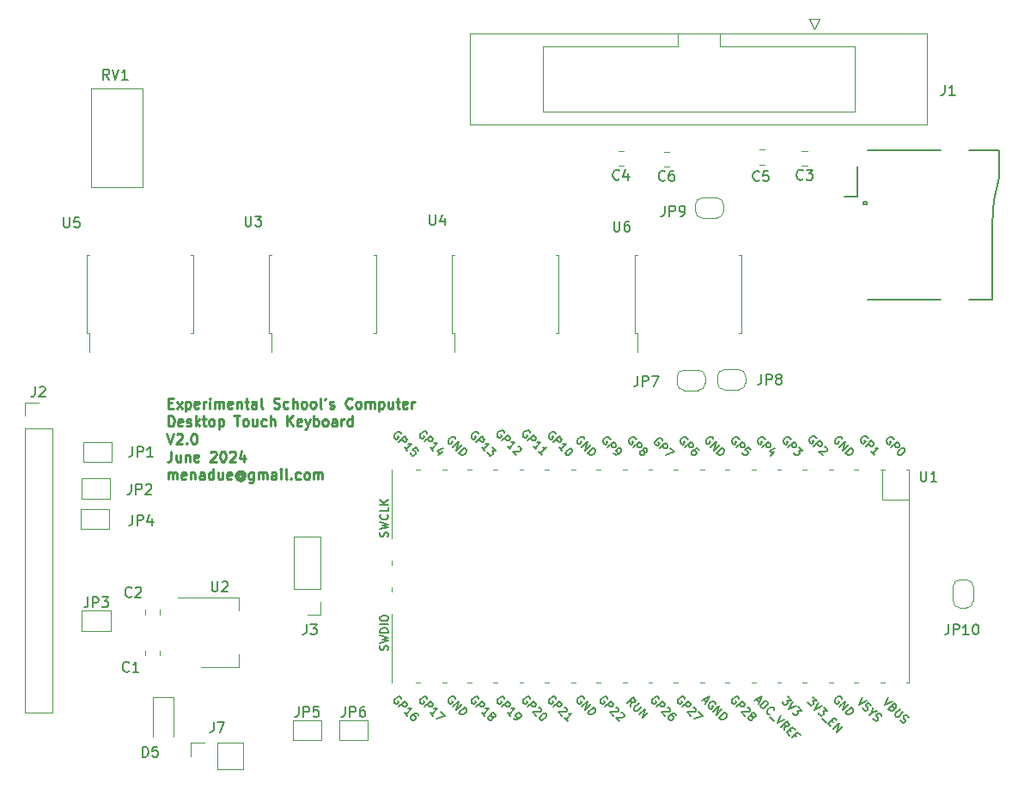
<source format=gbr>
G04 #@! TF.GenerationSoftware,KiCad,Pcbnew,5.1.5+dfsg1-2build2*
G04 #@! TF.CreationDate,2024-06-21T19:04:03+01:00*
G04 #@! TF.ProjectId,desktop_esc,6465736b-746f-4705-9f65-73632e6b6963,rev?*
G04 #@! TF.SameCoordinates,Original*
G04 #@! TF.FileFunction,Legend,Top*
G04 #@! TF.FilePolarity,Positive*
%FSLAX46Y46*%
G04 Gerber Fmt 4.6, Leading zero omitted, Abs format (unit mm)*
G04 Created by KiCad (PCBNEW 5.1.5+dfsg1-2build2) date 2024-06-21 19:04:03*
%MOMM*%
%LPD*%
G04 APERTURE LIST*
%ADD10C,0.250000*%
%ADD11C,0.120000*%
%ADD12C,0.150000*%
G04 APERTURE END LIST*
D10*
X112800595Y-95728571D02*
X113133928Y-95728571D01*
X113276785Y-96252380D02*
X112800595Y-96252380D01*
X112800595Y-95252380D01*
X113276785Y-95252380D01*
X113610119Y-96252380D02*
X114133928Y-95585714D01*
X113610119Y-95585714D02*
X114133928Y-96252380D01*
X114514880Y-95585714D02*
X114514880Y-96585714D01*
X114514880Y-95633333D02*
X114610119Y-95585714D01*
X114800595Y-95585714D01*
X114895833Y-95633333D01*
X114943452Y-95680952D01*
X114991071Y-95776190D01*
X114991071Y-96061904D01*
X114943452Y-96157142D01*
X114895833Y-96204761D01*
X114800595Y-96252380D01*
X114610119Y-96252380D01*
X114514880Y-96204761D01*
X115800595Y-96204761D02*
X115705357Y-96252380D01*
X115514880Y-96252380D01*
X115419642Y-96204761D01*
X115372023Y-96109523D01*
X115372023Y-95728571D01*
X115419642Y-95633333D01*
X115514880Y-95585714D01*
X115705357Y-95585714D01*
X115800595Y-95633333D01*
X115848214Y-95728571D01*
X115848214Y-95823809D01*
X115372023Y-95919047D01*
X116276785Y-96252380D02*
X116276785Y-95585714D01*
X116276785Y-95776190D02*
X116324404Y-95680952D01*
X116372023Y-95633333D01*
X116467261Y-95585714D01*
X116562500Y-95585714D01*
X116895833Y-96252380D02*
X116895833Y-95585714D01*
X116895833Y-95252380D02*
X116848214Y-95300000D01*
X116895833Y-95347619D01*
X116943452Y-95300000D01*
X116895833Y-95252380D01*
X116895833Y-95347619D01*
X117372023Y-96252380D02*
X117372023Y-95585714D01*
X117372023Y-95680952D02*
X117419642Y-95633333D01*
X117514880Y-95585714D01*
X117657738Y-95585714D01*
X117752976Y-95633333D01*
X117800595Y-95728571D01*
X117800595Y-96252380D01*
X117800595Y-95728571D02*
X117848214Y-95633333D01*
X117943452Y-95585714D01*
X118086309Y-95585714D01*
X118181547Y-95633333D01*
X118229166Y-95728571D01*
X118229166Y-96252380D01*
X119086309Y-96204761D02*
X118991071Y-96252380D01*
X118800595Y-96252380D01*
X118705357Y-96204761D01*
X118657738Y-96109523D01*
X118657738Y-95728571D01*
X118705357Y-95633333D01*
X118800595Y-95585714D01*
X118991071Y-95585714D01*
X119086309Y-95633333D01*
X119133928Y-95728571D01*
X119133928Y-95823809D01*
X118657738Y-95919047D01*
X119562500Y-95585714D02*
X119562500Y-96252380D01*
X119562500Y-95680952D02*
X119610119Y-95633333D01*
X119705357Y-95585714D01*
X119848214Y-95585714D01*
X119943452Y-95633333D01*
X119991071Y-95728571D01*
X119991071Y-96252380D01*
X120324404Y-95585714D02*
X120705357Y-95585714D01*
X120467261Y-95252380D02*
X120467261Y-96109523D01*
X120514880Y-96204761D01*
X120610119Y-96252380D01*
X120705357Y-96252380D01*
X121467261Y-96252380D02*
X121467261Y-95728571D01*
X121419642Y-95633333D01*
X121324404Y-95585714D01*
X121133928Y-95585714D01*
X121038690Y-95633333D01*
X121467261Y-96204761D02*
X121372023Y-96252380D01*
X121133928Y-96252380D01*
X121038690Y-96204761D01*
X120991071Y-96109523D01*
X120991071Y-96014285D01*
X121038690Y-95919047D01*
X121133928Y-95871428D01*
X121372023Y-95871428D01*
X121467261Y-95823809D01*
X122086309Y-96252380D02*
X121991071Y-96204761D01*
X121943452Y-96109523D01*
X121943452Y-95252380D01*
X123181547Y-96204761D02*
X123324404Y-96252380D01*
X123562500Y-96252380D01*
X123657738Y-96204761D01*
X123705357Y-96157142D01*
X123752976Y-96061904D01*
X123752976Y-95966666D01*
X123705357Y-95871428D01*
X123657738Y-95823809D01*
X123562500Y-95776190D01*
X123372023Y-95728571D01*
X123276785Y-95680952D01*
X123229166Y-95633333D01*
X123181547Y-95538095D01*
X123181547Y-95442857D01*
X123229166Y-95347619D01*
X123276785Y-95300000D01*
X123372023Y-95252380D01*
X123610119Y-95252380D01*
X123752976Y-95300000D01*
X124610119Y-96204761D02*
X124514880Y-96252380D01*
X124324404Y-96252380D01*
X124229166Y-96204761D01*
X124181547Y-96157142D01*
X124133928Y-96061904D01*
X124133928Y-95776190D01*
X124181547Y-95680952D01*
X124229166Y-95633333D01*
X124324404Y-95585714D01*
X124514880Y-95585714D01*
X124610119Y-95633333D01*
X125038690Y-96252380D02*
X125038690Y-95252380D01*
X125467261Y-96252380D02*
X125467261Y-95728571D01*
X125419642Y-95633333D01*
X125324404Y-95585714D01*
X125181547Y-95585714D01*
X125086309Y-95633333D01*
X125038690Y-95680952D01*
X126086309Y-96252380D02*
X125991071Y-96204761D01*
X125943452Y-96157142D01*
X125895833Y-96061904D01*
X125895833Y-95776190D01*
X125943452Y-95680952D01*
X125991071Y-95633333D01*
X126086309Y-95585714D01*
X126229166Y-95585714D01*
X126324404Y-95633333D01*
X126372023Y-95680952D01*
X126419642Y-95776190D01*
X126419642Y-96061904D01*
X126372023Y-96157142D01*
X126324404Y-96204761D01*
X126229166Y-96252380D01*
X126086309Y-96252380D01*
X126991071Y-96252380D02*
X126895833Y-96204761D01*
X126848214Y-96157142D01*
X126800595Y-96061904D01*
X126800595Y-95776190D01*
X126848214Y-95680952D01*
X126895833Y-95633333D01*
X126991071Y-95585714D01*
X127133928Y-95585714D01*
X127229166Y-95633333D01*
X127276785Y-95680952D01*
X127324404Y-95776190D01*
X127324404Y-96061904D01*
X127276785Y-96157142D01*
X127229166Y-96204761D01*
X127133928Y-96252380D01*
X126991071Y-96252380D01*
X127895833Y-96252380D02*
X127800595Y-96204761D01*
X127752976Y-96109523D01*
X127752976Y-95252380D01*
X128324404Y-95252380D02*
X128229166Y-95442857D01*
X128705357Y-96204761D02*
X128800595Y-96252380D01*
X128991071Y-96252380D01*
X129086309Y-96204761D01*
X129133928Y-96109523D01*
X129133928Y-96061904D01*
X129086309Y-95966666D01*
X128991071Y-95919047D01*
X128848214Y-95919047D01*
X128752976Y-95871428D01*
X128705357Y-95776190D01*
X128705357Y-95728571D01*
X128752976Y-95633333D01*
X128848214Y-95585714D01*
X128991071Y-95585714D01*
X129086309Y-95633333D01*
X130895833Y-96157142D02*
X130848214Y-96204761D01*
X130705357Y-96252380D01*
X130610119Y-96252380D01*
X130467261Y-96204761D01*
X130372023Y-96109523D01*
X130324404Y-96014285D01*
X130276785Y-95823809D01*
X130276785Y-95680952D01*
X130324404Y-95490476D01*
X130372023Y-95395238D01*
X130467261Y-95300000D01*
X130610119Y-95252380D01*
X130705357Y-95252380D01*
X130848214Y-95300000D01*
X130895833Y-95347619D01*
X131467261Y-96252380D02*
X131372023Y-96204761D01*
X131324404Y-96157142D01*
X131276785Y-96061904D01*
X131276785Y-95776190D01*
X131324404Y-95680952D01*
X131372023Y-95633333D01*
X131467261Y-95585714D01*
X131610119Y-95585714D01*
X131705357Y-95633333D01*
X131752976Y-95680952D01*
X131800595Y-95776190D01*
X131800595Y-96061904D01*
X131752976Y-96157142D01*
X131705357Y-96204761D01*
X131610119Y-96252380D01*
X131467261Y-96252380D01*
X132229166Y-96252380D02*
X132229166Y-95585714D01*
X132229166Y-95680952D02*
X132276785Y-95633333D01*
X132372023Y-95585714D01*
X132514880Y-95585714D01*
X132610119Y-95633333D01*
X132657738Y-95728571D01*
X132657738Y-96252380D01*
X132657738Y-95728571D02*
X132705357Y-95633333D01*
X132800595Y-95585714D01*
X132943452Y-95585714D01*
X133038690Y-95633333D01*
X133086309Y-95728571D01*
X133086309Y-96252380D01*
X133562500Y-95585714D02*
X133562500Y-96585714D01*
X133562500Y-95633333D02*
X133657738Y-95585714D01*
X133848214Y-95585714D01*
X133943452Y-95633333D01*
X133991071Y-95680952D01*
X134038690Y-95776190D01*
X134038690Y-96061904D01*
X133991071Y-96157142D01*
X133943452Y-96204761D01*
X133848214Y-96252380D01*
X133657738Y-96252380D01*
X133562500Y-96204761D01*
X134895833Y-95585714D02*
X134895833Y-96252380D01*
X134467261Y-95585714D02*
X134467261Y-96109523D01*
X134514880Y-96204761D01*
X134610119Y-96252380D01*
X134752976Y-96252380D01*
X134848214Y-96204761D01*
X134895833Y-96157142D01*
X135229166Y-95585714D02*
X135610119Y-95585714D01*
X135372023Y-95252380D02*
X135372023Y-96109523D01*
X135419642Y-96204761D01*
X135514880Y-96252380D01*
X135610119Y-96252380D01*
X136324404Y-96204761D02*
X136229166Y-96252380D01*
X136038690Y-96252380D01*
X135943452Y-96204761D01*
X135895833Y-96109523D01*
X135895833Y-95728571D01*
X135943452Y-95633333D01*
X136038690Y-95585714D01*
X136229166Y-95585714D01*
X136324404Y-95633333D01*
X136372023Y-95728571D01*
X136372023Y-95823809D01*
X135895833Y-95919047D01*
X136800595Y-96252380D02*
X136800595Y-95585714D01*
X136800595Y-95776190D02*
X136848214Y-95680952D01*
X136895833Y-95633333D01*
X136991071Y-95585714D01*
X137086309Y-95585714D01*
X112800595Y-98002380D02*
X112800595Y-97002380D01*
X113038690Y-97002380D01*
X113181547Y-97050000D01*
X113276785Y-97145238D01*
X113324404Y-97240476D01*
X113372023Y-97430952D01*
X113372023Y-97573809D01*
X113324404Y-97764285D01*
X113276785Y-97859523D01*
X113181547Y-97954761D01*
X113038690Y-98002380D01*
X112800595Y-98002380D01*
X114181547Y-97954761D02*
X114086309Y-98002380D01*
X113895833Y-98002380D01*
X113800595Y-97954761D01*
X113752976Y-97859523D01*
X113752976Y-97478571D01*
X113800595Y-97383333D01*
X113895833Y-97335714D01*
X114086309Y-97335714D01*
X114181547Y-97383333D01*
X114229166Y-97478571D01*
X114229166Y-97573809D01*
X113752976Y-97669047D01*
X114610119Y-97954761D02*
X114705357Y-98002380D01*
X114895833Y-98002380D01*
X114991071Y-97954761D01*
X115038690Y-97859523D01*
X115038690Y-97811904D01*
X114991071Y-97716666D01*
X114895833Y-97669047D01*
X114752976Y-97669047D01*
X114657738Y-97621428D01*
X114610119Y-97526190D01*
X114610119Y-97478571D01*
X114657738Y-97383333D01*
X114752976Y-97335714D01*
X114895833Y-97335714D01*
X114991071Y-97383333D01*
X115467261Y-98002380D02*
X115467261Y-97002380D01*
X115562500Y-97621428D02*
X115848214Y-98002380D01*
X115848214Y-97335714D02*
X115467261Y-97716666D01*
X116133928Y-97335714D02*
X116514880Y-97335714D01*
X116276785Y-97002380D02*
X116276785Y-97859523D01*
X116324404Y-97954761D01*
X116419642Y-98002380D01*
X116514880Y-98002380D01*
X116991071Y-98002380D02*
X116895833Y-97954761D01*
X116848214Y-97907142D01*
X116800595Y-97811904D01*
X116800595Y-97526190D01*
X116848214Y-97430952D01*
X116895833Y-97383333D01*
X116991071Y-97335714D01*
X117133928Y-97335714D01*
X117229166Y-97383333D01*
X117276785Y-97430952D01*
X117324404Y-97526190D01*
X117324404Y-97811904D01*
X117276785Y-97907142D01*
X117229166Y-97954761D01*
X117133928Y-98002380D01*
X116991071Y-98002380D01*
X117752976Y-97335714D02*
X117752976Y-98335714D01*
X117752976Y-97383333D02*
X117848214Y-97335714D01*
X118038690Y-97335714D01*
X118133928Y-97383333D01*
X118181547Y-97430952D01*
X118229166Y-97526190D01*
X118229166Y-97811904D01*
X118181547Y-97907142D01*
X118133928Y-97954761D01*
X118038690Y-98002380D01*
X117848214Y-98002380D01*
X117752976Y-97954761D01*
X119276785Y-97002380D02*
X119848214Y-97002380D01*
X119562500Y-98002380D02*
X119562500Y-97002380D01*
X120324404Y-98002380D02*
X120229166Y-97954761D01*
X120181547Y-97907142D01*
X120133928Y-97811904D01*
X120133928Y-97526190D01*
X120181547Y-97430952D01*
X120229166Y-97383333D01*
X120324404Y-97335714D01*
X120467261Y-97335714D01*
X120562500Y-97383333D01*
X120610119Y-97430952D01*
X120657738Y-97526190D01*
X120657738Y-97811904D01*
X120610119Y-97907142D01*
X120562500Y-97954761D01*
X120467261Y-98002380D01*
X120324404Y-98002380D01*
X121514880Y-97335714D02*
X121514880Y-98002380D01*
X121086309Y-97335714D02*
X121086309Y-97859523D01*
X121133928Y-97954761D01*
X121229166Y-98002380D01*
X121372023Y-98002380D01*
X121467261Y-97954761D01*
X121514880Y-97907142D01*
X122419642Y-97954761D02*
X122324404Y-98002380D01*
X122133928Y-98002380D01*
X122038690Y-97954761D01*
X121991071Y-97907142D01*
X121943452Y-97811904D01*
X121943452Y-97526190D01*
X121991071Y-97430952D01*
X122038690Y-97383333D01*
X122133928Y-97335714D01*
X122324404Y-97335714D01*
X122419642Y-97383333D01*
X122848214Y-98002380D02*
X122848214Y-97002380D01*
X123276785Y-98002380D02*
X123276785Y-97478571D01*
X123229166Y-97383333D01*
X123133928Y-97335714D01*
X122991071Y-97335714D01*
X122895833Y-97383333D01*
X122848214Y-97430952D01*
X124514880Y-98002380D02*
X124514880Y-97002380D01*
X125086309Y-98002380D02*
X124657738Y-97430952D01*
X125086309Y-97002380D02*
X124514880Y-97573809D01*
X125895833Y-97954761D02*
X125800595Y-98002380D01*
X125610119Y-98002380D01*
X125514880Y-97954761D01*
X125467261Y-97859523D01*
X125467261Y-97478571D01*
X125514880Y-97383333D01*
X125610119Y-97335714D01*
X125800595Y-97335714D01*
X125895833Y-97383333D01*
X125943452Y-97478571D01*
X125943452Y-97573809D01*
X125467261Y-97669047D01*
X126276785Y-97335714D02*
X126514880Y-98002380D01*
X126752976Y-97335714D02*
X126514880Y-98002380D01*
X126419642Y-98240476D01*
X126372023Y-98288095D01*
X126276785Y-98335714D01*
X127133928Y-98002380D02*
X127133928Y-97002380D01*
X127133928Y-97383333D02*
X127229166Y-97335714D01*
X127419642Y-97335714D01*
X127514880Y-97383333D01*
X127562500Y-97430952D01*
X127610119Y-97526190D01*
X127610119Y-97811904D01*
X127562500Y-97907142D01*
X127514880Y-97954761D01*
X127419642Y-98002380D01*
X127229166Y-98002380D01*
X127133928Y-97954761D01*
X128181547Y-98002380D02*
X128086309Y-97954761D01*
X128038690Y-97907142D01*
X127991071Y-97811904D01*
X127991071Y-97526190D01*
X128038690Y-97430952D01*
X128086309Y-97383333D01*
X128181547Y-97335714D01*
X128324404Y-97335714D01*
X128419642Y-97383333D01*
X128467261Y-97430952D01*
X128514880Y-97526190D01*
X128514880Y-97811904D01*
X128467261Y-97907142D01*
X128419642Y-97954761D01*
X128324404Y-98002380D01*
X128181547Y-98002380D01*
X129372023Y-98002380D02*
X129372023Y-97478571D01*
X129324404Y-97383333D01*
X129229166Y-97335714D01*
X129038690Y-97335714D01*
X128943452Y-97383333D01*
X129372023Y-97954761D02*
X129276785Y-98002380D01*
X129038690Y-98002380D01*
X128943452Y-97954761D01*
X128895833Y-97859523D01*
X128895833Y-97764285D01*
X128943452Y-97669047D01*
X129038690Y-97621428D01*
X129276785Y-97621428D01*
X129372023Y-97573809D01*
X129848214Y-98002380D02*
X129848214Y-97335714D01*
X129848214Y-97526190D02*
X129895833Y-97430952D01*
X129943452Y-97383333D01*
X130038690Y-97335714D01*
X130133928Y-97335714D01*
X130895833Y-98002380D02*
X130895833Y-97002380D01*
X130895833Y-97954761D02*
X130800595Y-98002380D01*
X130610119Y-98002380D01*
X130514880Y-97954761D01*
X130467261Y-97907142D01*
X130419642Y-97811904D01*
X130419642Y-97526190D01*
X130467261Y-97430952D01*
X130514880Y-97383333D01*
X130610119Y-97335714D01*
X130800595Y-97335714D01*
X130895833Y-97383333D01*
X112657738Y-98752380D02*
X112991071Y-99752380D01*
X113324404Y-98752380D01*
X113610119Y-98847619D02*
X113657738Y-98800000D01*
X113752976Y-98752380D01*
X113991071Y-98752380D01*
X114086309Y-98800000D01*
X114133928Y-98847619D01*
X114181547Y-98942857D01*
X114181547Y-99038095D01*
X114133928Y-99180952D01*
X113562500Y-99752380D01*
X114181547Y-99752380D01*
X114610119Y-99657142D02*
X114657738Y-99704761D01*
X114610119Y-99752380D01*
X114562500Y-99704761D01*
X114610119Y-99657142D01*
X114610119Y-99752380D01*
X115276785Y-98752380D02*
X115372023Y-98752380D01*
X115467261Y-98800000D01*
X115514880Y-98847619D01*
X115562500Y-98942857D01*
X115610119Y-99133333D01*
X115610119Y-99371428D01*
X115562500Y-99561904D01*
X115514880Y-99657142D01*
X115467261Y-99704761D01*
X115372023Y-99752380D01*
X115276785Y-99752380D01*
X115181547Y-99704761D01*
X115133928Y-99657142D01*
X115086309Y-99561904D01*
X115038690Y-99371428D01*
X115038690Y-99133333D01*
X115086309Y-98942857D01*
X115133928Y-98847619D01*
X115181547Y-98800000D01*
X115276785Y-98752380D01*
X113086309Y-100502380D02*
X113086309Y-101216666D01*
X113038690Y-101359523D01*
X112943452Y-101454761D01*
X112800595Y-101502380D01*
X112705357Y-101502380D01*
X113991071Y-100835714D02*
X113991071Y-101502380D01*
X113562500Y-100835714D02*
X113562500Y-101359523D01*
X113610119Y-101454761D01*
X113705357Y-101502380D01*
X113848214Y-101502380D01*
X113943452Y-101454761D01*
X113991071Y-101407142D01*
X114467261Y-100835714D02*
X114467261Y-101502380D01*
X114467261Y-100930952D02*
X114514880Y-100883333D01*
X114610119Y-100835714D01*
X114752976Y-100835714D01*
X114848214Y-100883333D01*
X114895833Y-100978571D01*
X114895833Y-101502380D01*
X115752976Y-101454761D02*
X115657738Y-101502380D01*
X115467261Y-101502380D01*
X115372023Y-101454761D01*
X115324404Y-101359523D01*
X115324404Y-100978571D01*
X115372023Y-100883333D01*
X115467261Y-100835714D01*
X115657738Y-100835714D01*
X115752976Y-100883333D01*
X115800595Y-100978571D01*
X115800595Y-101073809D01*
X115324404Y-101169047D01*
X116943452Y-100597619D02*
X116991071Y-100550000D01*
X117086309Y-100502380D01*
X117324404Y-100502380D01*
X117419642Y-100550000D01*
X117467261Y-100597619D01*
X117514880Y-100692857D01*
X117514880Y-100788095D01*
X117467261Y-100930952D01*
X116895833Y-101502380D01*
X117514880Y-101502380D01*
X118133928Y-100502380D02*
X118229166Y-100502380D01*
X118324404Y-100550000D01*
X118372023Y-100597619D01*
X118419642Y-100692857D01*
X118467261Y-100883333D01*
X118467261Y-101121428D01*
X118419642Y-101311904D01*
X118372023Y-101407142D01*
X118324404Y-101454761D01*
X118229166Y-101502380D01*
X118133928Y-101502380D01*
X118038690Y-101454761D01*
X117991071Y-101407142D01*
X117943452Y-101311904D01*
X117895833Y-101121428D01*
X117895833Y-100883333D01*
X117943452Y-100692857D01*
X117991071Y-100597619D01*
X118038690Y-100550000D01*
X118133928Y-100502380D01*
X118848214Y-100597619D02*
X118895833Y-100550000D01*
X118991071Y-100502380D01*
X119229166Y-100502380D01*
X119324404Y-100550000D01*
X119372023Y-100597619D01*
X119419642Y-100692857D01*
X119419642Y-100788095D01*
X119372023Y-100930952D01*
X118800595Y-101502380D01*
X119419642Y-101502380D01*
X120276785Y-100835714D02*
X120276785Y-101502380D01*
X120038690Y-100454761D02*
X119800595Y-101169047D01*
X120419642Y-101169047D01*
X112800595Y-103252380D02*
X112800595Y-102585714D01*
X112800595Y-102680952D02*
X112848214Y-102633333D01*
X112943452Y-102585714D01*
X113086309Y-102585714D01*
X113181547Y-102633333D01*
X113229166Y-102728571D01*
X113229166Y-103252380D01*
X113229166Y-102728571D02*
X113276785Y-102633333D01*
X113372023Y-102585714D01*
X113514880Y-102585714D01*
X113610119Y-102633333D01*
X113657738Y-102728571D01*
X113657738Y-103252380D01*
X114514880Y-103204761D02*
X114419642Y-103252380D01*
X114229166Y-103252380D01*
X114133928Y-103204761D01*
X114086309Y-103109523D01*
X114086309Y-102728571D01*
X114133928Y-102633333D01*
X114229166Y-102585714D01*
X114419642Y-102585714D01*
X114514880Y-102633333D01*
X114562500Y-102728571D01*
X114562500Y-102823809D01*
X114086309Y-102919047D01*
X114991071Y-102585714D02*
X114991071Y-103252380D01*
X114991071Y-102680952D02*
X115038690Y-102633333D01*
X115133928Y-102585714D01*
X115276785Y-102585714D01*
X115372023Y-102633333D01*
X115419642Y-102728571D01*
X115419642Y-103252380D01*
X116324404Y-103252380D02*
X116324404Y-102728571D01*
X116276785Y-102633333D01*
X116181547Y-102585714D01*
X115991071Y-102585714D01*
X115895833Y-102633333D01*
X116324404Y-103204761D02*
X116229166Y-103252380D01*
X115991071Y-103252380D01*
X115895833Y-103204761D01*
X115848214Y-103109523D01*
X115848214Y-103014285D01*
X115895833Y-102919047D01*
X115991071Y-102871428D01*
X116229166Y-102871428D01*
X116324404Y-102823809D01*
X117229166Y-103252380D02*
X117229166Y-102252380D01*
X117229166Y-103204761D02*
X117133928Y-103252380D01*
X116943452Y-103252380D01*
X116848214Y-103204761D01*
X116800595Y-103157142D01*
X116752976Y-103061904D01*
X116752976Y-102776190D01*
X116800595Y-102680952D01*
X116848214Y-102633333D01*
X116943452Y-102585714D01*
X117133928Y-102585714D01*
X117229166Y-102633333D01*
X118133928Y-102585714D02*
X118133928Y-103252380D01*
X117705357Y-102585714D02*
X117705357Y-103109523D01*
X117752976Y-103204761D01*
X117848214Y-103252380D01*
X117991071Y-103252380D01*
X118086309Y-103204761D01*
X118133928Y-103157142D01*
X118991071Y-103204761D02*
X118895833Y-103252380D01*
X118705357Y-103252380D01*
X118610119Y-103204761D01*
X118562500Y-103109523D01*
X118562500Y-102728571D01*
X118610119Y-102633333D01*
X118705357Y-102585714D01*
X118895833Y-102585714D01*
X118991071Y-102633333D01*
X119038690Y-102728571D01*
X119038690Y-102823809D01*
X118562500Y-102919047D01*
X120086309Y-102776190D02*
X120038690Y-102728571D01*
X119943452Y-102680952D01*
X119848214Y-102680952D01*
X119752976Y-102728571D01*
X119705357Y-102776190D01*
X119657738Y-102871428D01*
X119657738Y-102966666D01*
X119705357Y-103061904D01*
X119752976Y-103109523D01*
X119848214Y-103157142D01*
X119943452Y-103157142D01*
X120038690Y-103109523D01*
X120086309Y-103061904D01*
X120086309Y-102680952D02*
X120086309Y-103061904D01*
X120133928Y-103109523D01*
X120181547Y-103109523D01*
X120276785Y-103061904D01*
X120324404Y-102966666D01*
X120324404Y-102728571D01*
X120229166Y-102585714D01*
X120086309Y-102490476D01*
X119895833Y-102442857D01*
X119705357Y-102490476D01*
X119562500Y-102585714D01*
X119467261Y-102728571D01*
X119419642Y-102919047D01*
X119467261Y-103109523D01*
X119562500Y-103252380D01*
X119705357Y-103347619D01*
X119895833Y-103395238D01*
X120086309Y-103347619D01*
X120229166Y-103252380D01*
X121181547Y-102585714D02*
X121181547Y-103395238D01*
X121133928Y-103490476D01*
X121086309Y-103538095D01*
X120991071Y-103585714D01*
X120848214Y-103585714D01*
X120752976Y-103538095D01*
X121181547Y-103204761D02*
X121086309Y-103252380D01*
X120895833Y-103252380D01*
X120800595Y-103204761D01*
X120752976Y-103157142D01*
X120705357Y-103061904D01*
X120705357Y-102776190D01*
X120752976Y-102680952D01*
X120800595Y-102633333D01*
X120895833Y-102585714D01*
X121086309Y-102585714D01*
X121181547Y-102633333D01*
X121657738Y-103252380D02*
X121657738Y-102585714D01*
X121657738Y-102680952D02*
X121705357Y-102633333D01*
X121800595Y-102585714D01*
X121943452Y-102585714D01*
X122038690Y-102633333D01*
X122086309Y-102728571D01*
X122086309Y-103252380D01*
X122086309Y-102728571D02*
X122133928Y-102633333D01*
X122229166Y-102585714D01*
X122372023Y-102585714D01*
X122467261Y-102633333D01*
X122514880Y-102728571D01*
X122514880Y-103252380D01*
X123419642Y-103252380D02*
X123419642Y-102728571D01*
X123372023Y-102633333D01*
X123276785Y-102585714D01*
X123086309Y-102585714D01*
X122991071Y-102633333D01*
X123419642Y-103204761D02*
X123324404Y-103252380D01*
X123086309Y-103252380D01*
X122991071Y-103204761D01*
X122943452Y-103109523D01*
X122943452Y-103014285D01*
X122991071Y-102919047D01*
X123086309Y-102871428D01*
X123324404Y-102871428D01*
X123419642Y-102823809D01*
X123895833Y-103252380D02*
X123895833Y-102585714D01*
X123895833Y-102252380D02*
X123848214Y-102300000D01*
X123895833Y-102347619D01*
X123943452Y-102300000D01*
X123895833Y-102252380D01*
X123895833Y-102347619D01*
X124514880Y-103252380D02*
X124419642Y-103204761D01*
X124372023Y-103109523D01*
X124372023Y-102252380D01*
X124895833Y-103157142D02*
X124943452Y-103204761D01*
X124895833Y-103252380D01*
X124848214Y-103204761D01*
X124895833Y-103157142D01*
X124895833Y-103252380D01*
X125800595Y-103204761D02*
X125705357Y-103252380D01*
X125514880Y-103252380D01*
X125419642Y-103204761D01*
X125372023Y-103157142D01*
X125324404Y-103061904D01*
X125324404Y-102776190D01*
X125372023Y-102680952D01*
X125419642Y-102633333D01*
X125514880Y-102585714D01*
X125705357Y-102585714D01*
X125800595Y-102633333D01*
X126372023Y-103252380D02*
X126276785Y-103204761D01*
X126229166Y-103157142D01*
X126181547Y-103061904D01*
X126181547Y-102776190D01*
X126229166Y-102680952D01*
X126276785Y-102633333D01*
X126372023Y-102585714D01*
X126514880Y-102585714D01*
X126610119Y-102633333D01*
X126657738Y-102680952D01*
X126705357Y-102776190D01*
X126705357Y-103061904D01*
X126657738Y-103157142D01*
X126610119Y-103204761D01*
X126514880Y-103252380D01*
X126372023Y-103252380D01*
X127133928Y-103252380D02*
X127133928Y-102585714D01*
X127133928Y-102680952D02*
X127181547Y-102633333D01*
X127276785Y-102585714D01*
X127419642Y-102585714D01*
X127514880Y-102633333D01*
X127562500Y-102728571D01*
X127562500Y-103252380D01*
X127562500Y-102728571D02*
X127610119Y-102633333D01*
X127705357Y-102585714D01*
X127848214Y-102585714D01*
X127943452Y-102633333D01*
X127991071Y-102728571D01*
X127991071Y-103252380D01*
D11*
X157661252Y-70865000D02*
X157138748Y-70865000D01*
X157661252Y-72335000D02*
X157138748Y-72335000D01*
X162161252Y-70965000D02*
X161638748Y-70965000D01*
X162161252Y-72435000D02*
X161638748Y-72435000D01*
X171038748Y-72235000D02*
X171561252Y-72235000D01*
X171038748Y-70765000D02*
X171561252Y-70765000D01*
X175761252Y-70865000D02*
X175238748Y-70865000D01*
X175761252Y-72335000D02*
X175238748Y-72335000D01*
X158995000Y-88860000D02*
X158995000Y-90675000D01*
X158740000Y-88860000D02*
X158995000Y-88860000D01*
X158740000Y-85000000D02*
X158740000Y-88860000D01*
X158740000Y-81140000D02*
X158995000Y-81140000D01*
X158740000Y-85000000D02*
X158740000Y-81140000D01*
X169260000Y-88860000D02*
X169005000Y-88860000D01*
X169260000Y-85000000D02*
X169260000Y-88860000D01*
X169260000Y-81140000D02*
X169005000Y-81140000D01*
X169260000Y-85000000D02*
X169260000Y-81140000D01*
X140995000Y-88860000D02*
X140995000Y-90675000D01*
X140740000Y-88860000D02*
X140995000Y-88860000D01*
X140740000Y-85000000D02*
X140740000Y-88860000D01*
X140740000Y-81140000D02*
X140995000Y-81140000D01*
X140740000Y-85000000D02*
X140740000Y-81140000D01*
X151260000Y-88860000D02*
X151005000Y-88860000D01*
X151260000Y-85000000D02*
X151260000Y-88860000D01*
X151260000Y-81140000D02*
X151005000Y-81140000D01*
X151260000Y-85000000D02*
X151260000Y-81140000D01*
X104995000Y-88860000D02*
X104995000Y-90675000D01*
X104740000Y-88860000D02*
X104995000Y-88860000D01*
X104740000Y-85000000D02*
X104740000Y-88860000D01*
X104740000Y-81140000D02*
X104995000Y-81140000D01*
X104740000Y-85000000D02*
X104740000Y-81140000D01*
X115260000Y-88860000D02*
X115005000Y-88860000D01*
X115260000Y-85000000D02*
X115260000Y-88860000D01*
X115260000Y-81140000D02*
X115005000Y-81140000D01*
X115260000Y-85000000D02*
X115260000Y-81140000D01*
X122995000Y-88860000D02*
X122995000Y-90675000D01*
X122740000Y-88860000D02*
X122995000Y-88860000D01*
X122740000Y-85000000D02*
X122740000Y-88860000D01*
X122740000Y-81140000D02*
X122995000Y-81140000D01*
X122740000Y-85000000D02*
X122740000Y-81140000D01*
X133260000Y-88860000D02*
X133005000Y-88860000D01*
X133260000Y-85000000D02*
X133260000Y-88860000D01*
X133260000Y-81140000D02*
X133005000Y-81140000D01*
X133260000Y-85000000D02*
X133260000Y-81140000D01*
X192135000Y-113854000D02*
X192135000Y-115254000D01*
X191435000Y-115954000D02*
X190835000Y-115954000D01*
X190135000Y-115254000D02*
X190135000Y-113854000D01*
X190835000Y-113154000D02*
X191435000Y-113154000D01*
X191435000Y-113154000D02*
G75*
G02X192135000Y-113854000I0J-700000D01*
G01*
X190135000Y-113854000D02*
G75*
G02X190835000Y-113154000I700000J0D01*
G01*
X190835000Y-115954000D02*
G75*
G02X190135000Y-115254000I0J700000D01*
G01*
X192135000Y-115254000D02*
G75*
G02X191435000Y-115954000I-700000J0D01*
G01*
X127822000Y-116646000D02*
X126492000Y-116646000D01*
X127822000Y-115316000D02*
X127822000Y-116646000D01*
X127822000Y-114046000D02*
X125162000Y-114046000D01*
X125162000Y-114046000D02*
X125162000Y-108906000D01*
X127822000Y-114046000D02*
X127822000Y-108906000D01*
X127822000Y-108906000D02*
X125162000Y-108906000D01*
X98670000Y-95670000D02*
X100000000Y-95670000D01*
X98670000Y-97000000D02*
X98670000Y-95670000D01*
X98670000Y-98270000D02*
X101330000Y-98270000D01*
X101330000Y-98270000D02*
X101330000Y-126270000D01*
X98670000Y-98270000D02*
X98670000Y-126270000D01*
X98670000Y-126270000D02*
X101330000Y-126270000D01*
D12*
X180700000Y-75400000D02*
X180700000Y-72400000D01*
X181600000Y-75850000D02*
X181300000Y-75850000D01*
X181600000Y-76150000D02*
X181600000Y-75850000D01*
X181300000Y-76150000D02*
X181600000Y-76150000D01*
X181300000Y-75850000D02*
X181300000Y-76150000D01*
X181700000Y-70850000D02*
X188900000Y-70850000D01*
X194700000Y-70850000D02*
X191700000Y-70850000D01*
X194700000Y-73550000D02*
X194700000Y-70850000D01*
X191700000Y-85550000D02*
X194000000Y-85550000D01*
X188900000Y-85550000D02*
X181700000Y-85550000D01*
X180700000Y-75400000D02*
X179400000Y-75400000D01*
X194400000Y-74600000D02*
X194700000Y-73550000D01*
X194200000Y-75700000D02*
X194400000Y-74600000D01*
X194050000Y-76850000D02*
X194200000Y-75700000D01*
X194000000Y-78200000D02*
X194050000Y-76850000D01*
X194000000Y-85550000D02*
X194000000Y-78200000D01*
D11*
X110226000Y-74481000D02*
X105156000Y-74481000D01*
X110226000Y-64711000D02*
X105156000Y-64711000D01*
X105156000Y-64711000D02*
X105156000Y-74481000D01*
X110226000Y-64711000D02*
X110226000Y-74481000D01*
X166826160Y-77499720D02*
X165426160Y-77499720D01*
X164726160Y-76799720D02*
X164726160Y-76199720D01*
X165426160Y-75499720D02*
X166826160Y-75499720D01*
X167526160Y-76199720D02*
X167526160Y-76799720D01*
X167526160Y-76799720D02*
G75*
G02X166826160Y-77499720I-700000J0D01*
G01*
X166826160Y-75499720D02*
G75*
G02X167526160Y-76199720I0J-700000D01*
G01*
X164726160Y-76199720D02*
G75*
G02X165426160Y-75499720I700000J0D01*
G01*
X165426160Y-77499720D02*
G75*
G02X164726160Y-76799720I0J700000D01*
G01*
X169000400Y-94436440D02*
X167600400Y-94436440D01*
X166900400Y-93736440D02*
X166900400Y-93136440D01*
X167600400Y-92436440D02*
X169000400Y-92436440D01*
X169700400Y-93136440D02*
X169700400Y-93736440D01*
X169700400Y-93736440D02*
G75*
G02X169000400Y-94436440I-700000J0D01*
G01*
X169000400Y-92436440D02*
G75*
G02X169700400Y-93136440I0J-700000D01*
G01*
X166900400Y-93136440D02*
G75*
G02X167600400Y-92436440I700000J0D01*
G01*
X167600400Y-94436440D02*
G75*
G02X166900400Y-93736440I0J700000D01*
G01*
X163622760Y-92477080D02*
X165022760Y-92477080D01*
X165722760Y-93177080D02*
X165722760Y-93777080D01*
X165022760Y-94477080D02*
X163622760Y-94477080D01*
X162922760Y-93777080D02*
X162922760Y-93177080D01*
X162922760Y-93177080D02*
G75*
G02X163622760Y-92477080I700000J0D01*
G01*
X163622760Y-94477080D02*
G75*
G02X162922760Y-93777080I0J700000D01*
G01*
X165722760Y-93777080D02*
G75*
G02X165022760Y-94477080I-700000J0D01*
G01*
X165022760Y-92477080D02*
G75*
G02X165722760Y-93177080I0J-700000D01*
G01*
X104168920Y-106172760D02*
X106968920Y-106172760D01*
X106968920Y-106172760D02*
X106968920Y-108172760D01*
X106968920Y-108172760D02*
X104168920Y-108172760D01*
X104168920Y-108172760D02*
X104168920Y-106172760D01*
X104290840Y-116221000D02*
X107090840Y-116221000D01*
X107090840Y-116221000D02*
X107090840Y-118221000D01*
X107090840Y-118221000D02*
X104290840Y-118221000D01*
X104290840Y-118221000D02*
X104290840Y-116221000D01*
X104262560Y-103180640D02*
X107062560Y-103180640D01*
X107062560Y-103180640D02*
X107062560Y-105180640D01*
X107062560Y-105180640D02*
X104262560Y-105180640D01*
X104262560Y-105180640D02*
X104262560Y-103180640D01*
X104401160Y-99568760D02*
X107201160Y-99568760D01*
X107201160Y-99568760D02*
X107201160Y-101568760D01*
X107201160Y-101568760D02*
X104401160Y-101568760D01*
X104401160Y-101568760D02*
X104401160Y-99568760D01*
X176000000Y-57870000D02*
X176500000Y-58870000D01*
X177000000Y-57870000D02*
X176000000Y-57870000D01*
X176500000Y-58870000D02*
X177000000Y-57870000D01*
X163020000Y-60570000D02*
X163020000Y-59260000D01*
X163020000Y-60570000D02*
X163020000Y-60570000D01*
X149720000Y-60570000D02*
X163020000Y-60570000D01*
X149720000Y-66970000D02*
X149720000Y-60570000D01*
X180420000Y-66970000D02*
X149720000Y-66970000D01*
X180420000Y-60570000D02*
X180420000Y-66970000D01*
X167120000Y-60570000D02*
X180420000Y-60570000D01*
X167120000Y-59260000D02*
X167120000Y-60570000D01*
X142560000Y-59260000D02*
X187580000Y-59260000D01*
X142560000Y-68280000D02*
X142560000Y-59260000D01*
X187580000Y-68280000D02*
X142560000Y-68280000D01*
X187580000Y-59260000D02*
X187580000Y-68280000D01*
X113756000Y-114954000D02*
X119766000Y-114954000D01*
X116006000Y-121774000D02*
X119766000Y-121774000D01*
X119766000Y-114954000D02*
X119766000Y-116214000D01*
X119766000Y-121774000D02*
X119766000Y-120514000D01*
X185800000Y-102300000D02*
X185800000Y-123300000D01*
X134800000Y-109100000D02*
X134800000Y-102300000D01*
X183133000Y-102300000D02*
X183133000Y-105307000D01*
X183133000Y-105307000D02*
X185800000Y-105307000D01*
X185800000Y-102300000D02*
X185500000Y-102300000D01*
X183400000Y-102300000D02*
X183000000Y-102300000D01*
X180800000Y-102300000D02*
X180400000Y-102300000D01*
X178300000Y-102300000D02*
X177900000Y-102300000D01*
X175700000Y-102300000D02*
X175300000Y-102300000D01*
X173200000Y-102300000D02*
X172800000Y-102300000D01*
X170700000Y-102300000D02*
X170300000Y-102300000D01*
X168100000Y-102300000D02*
X167700000Y-102300000D01*
X165600000Y-102300000D02*
X165200000Y-102300000D01*
X163000000Y-102300000D02*
X162600000Y-102300000D01*
X160500000Y-102300000D02*
X160100000Y-102300000D01*
X158000000Y-102300000D02*
X157600000Y-102300000D01*
X155400000Y-102300000D02*
X155000000Y-102300000D01*
X152900000Y-102300000D02*
X152500000Y-102300000D01*
X150300000Y-102300000D02*
X149900000Y-102300000D01*
X147800000Y-102300000D02*
X147400000Y-102300000D01*
X145200000Y-102300000D02*
X144800000Y-102300000D01*
X142700000Y-102300000D02*
X142300000Y-102300000D01*
X140200000Y-102300000D02*
X139800000Y-102300000D01*
X137600000Y-102300000D02*
X137200000Y-102300000D01*
X170700000Y-123300000D02*
X170300000Y-123300000D01*
X165600000Y-123300000D02*
X165200000Y-123300000D01*
X158000000Y-123300000D02*
X157600000Y-123300000D01*
X150300000Y-123300000D02*
X149900000Y-123300000D01*
X180800000Y-123300000D02*
X180400000Y-123300000D01*
X183400000Y-123300000D02*
X183000000Y-123300000D01*
X175700000Y-123300000D02*
X175300000Y-123300000D01*
X142700000Y-123300000D02*
X142300000Y-123300000D01*
X137600000Y-123300000D02*
X137200000Y-123300000D01*
X140200000Y-123300000D02*
X139800000Y-123300000D01*
X155400000Y-123300000D02*
X155000000Y-123300000D01*
X160500000Y-123300000D02*
X160100000Y-123300000D01*
X173200000Y-123300000D02*
X172800000Y-123300000D01*
X168100000Y-123300000D02*
X167700000Y-123300000D01*
X147800000Y-123300000D02*
X147400000Y-123300000D01*
X163000000Y-123300000D02*
X162600000Y-123300000D01*
X185800000Y-123300000D02*
X185500000Y-123300000D01*
X178300000Y-123300000D02*
X177900000Y-123300000D01*
X152900000Y-123300000D02*
X152500000Y-123300000D01*
X145200000Y-123300000D02*
X144800000Y-123300000D01*
X134800000Y-123300000D02*
X134800000Y-116500000D01*
X134800000Y-111300000D02*
X134800000Y-111700000D01*
X134800000Y-113900000D02*
X134800000Y-114300000D01*
X129664000Y-127016000D02*
X132464000Y-127016000D01*
X132464000Y-127016000D02*
X132464000Y-129016000D01*
X132464000Y-129016000D02*
X129664000Y-129016000D01*
X129664000Y-129016000D02*
X129664000Y-127016000D01*
X125092000Y-127016000D02*
X127892000Y-127016000D01*
X127892000Y-127016000D02*
X127892000Y-129016000D01*
X127892000Y-129016000D02*
X125092000Y-129016000D01*
X125092000Y-129016000D02*
X125092000Y-127016000D01*
X115002000Y-130556000D02*
X115002000Y-129226000D01*
X115002000Y-129226000D02*
X116332000Y-129226000D01*
X117602000Y-129226000D02*
X120202000Y-129226000D01*
X120202000Y-131886000D02*
X120202000Y-129226000D01*
X117602000Y-131886000D02*
X120202000Y-131886000D01*
X117602000Y-131886000D02*
X117602000Y-129226000D01*
X113268000Y-124750000D02*
X113268000Y-128650000D01*
X111268000Y-124750000D02*
X111268000Y-128650000D01*
X113268000Y-124750000D02*
X111268000Y-124750000D01*
X111987000Y-116575064D02*
X111987000Y-116120936D01*
X110517000Y-116575064D02*
X110517000Y-116120936D01*
X111987000Y-120623064D02*
X111987000Y-120168936D01*
X110517000Y-120623064D02*
X110517000Y-120168936D01*
D12*
X157233333Y-73637142D02*
X157185714Y-73684761D01*
X157042857Y-73732380D01*
X156947619Y-73732380D01*
X156804761Y-73684761D01*
X156709523Y-73589523D01*
X156661904Y-73494285D01*
X156614285Y-73303809D01*
X156614285Y-73160952D01*
X156661904Y-72970476D01*
X156709523Y-72875238D01*
X156804761Y-72780000D01*
X156947619Y-72732380D01*
X157042857Y-72732380D01*
X157185714Y-72780000D01*
X157233333Y-72827619D01*
X158090476Y-73065714D02*
X158090476Y-73732380D01*
X157852380Y-72684761D02*
X157614285Y-73399047D01*
X158233333Y-73399047D01*
X161733333Y-73737142D02*
X161685714Y-73784761D01*
X161542857Y-73832380D01*
X161447619Y-73832380D01*
X161304761Y-73784761D01*
X161209523Y-73689523D01*
X161161904Y-73594285D01*
X161114285Y-73403809D01*
X161114285Y-73260952D01*
X161161904Y-73070476D01*
X161209523Y-72975238D01*
X161304761Y-72880000D01*
X161447619Y-72832380D01*
X161542857Y-72832380D01*
X161685714Y-72880000D01*
X161733333Y-72927619D01*
X162590476Y-72832380D02*
X162400000Y-72832380D01*
X162304761Y-72880000D01*
X162257142Y-72927619D01*
X162161904Y-73070476D01*
X162114285Y-73260952D01*
X162114285Y-73641904D01*
X162161904Y-73737142D01*
X162209523Y-73784761D01*
X162304761Y-73832380D01*
X162495238Y-73832380D01*
X162590476Y-73784761D01*
X162638095Y-73737142D01*
X162685714Y-73641904D01*
X162685714Y-73403809D01*
X162638095Y-73308571D01*
X162590476Y-73260952D01*
X162495238Y-73213333D01*
X162304761Y-73213333D01*
X162209523Y-73260952D01*
X162161904Y-73308571D01*
X162114285Y-73403809D01*
X171033333Y-73757142D02*
X170985714Y-73804761D01*
X170842857Y-73852380D01*
X170747619Y-73852380D01*
X170604761Y-73804761D01*
X170509523Y-73709523D01*
X170461904Y-73614285D01*
X170414285Y-73423809D01*
X170414285Y-73280952D01*
X170461904Y-73090476D01*
X170509523Y-72995238D01*
X170604761Y-72900000D01*
X170747619Y-72852380D01*
X170842857Y-72852380D01*
X170985714Y-72900000D01*
X171033333Y-72947619D01*
X171938095Y-72852380D02*
X171461904Y-72852380D01*
X171414285Y-73328571D01*
X171461904Y-73280952D01*
X171557142Y-73233333D01*
X171795238Y-73233333D01*
X171890476Y-73280952D01*
X171938095Y-73328571D01*
X171985714Y-73423809D01*
X171985714Y-73661904D01*
X171938095Y-73757142D01*
X171890476Y-73804761D01*
X171795238Y-73852380D01*
X171557142Y-73852380D01*
X171461904Y-73804761D01*
X171414285Y-73757142D01*
X175333333Y-73637142D02*
X175285714Y-73684761D01*
X175142857Y-73732380D01*
X175047619Y-73732380D01*
X174904761Y-73684761D01*
X174809523Y-73589523D01*
X174761904Y-73494285D01*
X174714285Y-73303809D01*
X174714285Y-73160952D01*
X174761904Y-72970476D01*
X174809523Y-72875238D01*
X174904761Y-72780000D01*
X175047619Y-72732380D01*
X175142857Y-72732380D01*
X175285714Y-72780000D01*
X175333333Y-72827619D01*
X175666666Y-72732380D02*
X176285714Y-72732380D01*
X175952380Y-73113333D01*
X176095238Y-73113333D01*
X176190476Y-73160952D01*
X176238095Y-73208571D01*
X176285714Y-73303809D01*
X176285714Y-73541904D01*
X176238095Y-73637142D01*
X176190476Y-73684761D01*
X176095238Y-73732380D01*
X175809523Y-73732380D01*
X175714285Y-73684761D01*
X175666666Y-73637142D01*
X156718095Y-77811380D02*
X156718095Y-78620904D01*
X156765714Y-78716142D01*
X156813333Y-78763761D01*
X156908571Y-78811380D01*
X157099047Y-78811380D01*
X157194285Y-78763761D01*
X157241904Y-78716142D01*
X157289523Y-78620904D01*
X157289523Y-77811380D01*
X158194285Y-77811380D02*
X158003809Y-77811380D01*
X157908571Y-77859000D01*
X157860952Y-77906619D01*
X157765714Y-78049476D01*
X157718095Y-78239952D01*
X157718095Y-78620904D01*
X157765714Y-78716142D01*
X157813333Y-78763761D01*
X157908571Y-78811380D01*
X158099047Y-78811380D01*
X158194285Y-78763761D01*
X158241904Y-78716142D01*
X158289523Y-78620904D01*
X158289523Y-78382809D01*
X158241904Y-78287571D01*
X158194285Y-78239952D01*
X158099047Y-78192333D01*
X157908571Y-78192333D01*
X157813333Y-78239952D01*
X157765714Y-78287571D01*
X157718095Y-78382809D01*
X138557095Y-77176380D02*
X138557095Y-77985904D01*
X138604714Y-78081142D01*
X138652333Y-78128761D01*
X138747571Y-78176380D01*
X138938047Y-78176380D01*
X139033285Y-78128761D01*
X139080904Y-78081142D01*
X139128523Y-77985904D01*
X139128523Y-77176380D01*
X140033285Y-77509714D02*
X140033285Y-78176380D01*
X139795190Y-77128761D02*
X139557095Y-77843047D01*
X140176142Y-77843047D01*
X102489095Y-77430380D02*
X102489095Y-78239904D01*
X102536714Y-78335142D01*
X102584333Y-78382761D01*
X102679571Y-78430380D01*
X102870047Y-78430380D01*
X102965285Y-78382761D01*
X103012904Y-78335142D01*
X103060523Y-78239904D01*
X103060523Y-77430380D01*
X104012904Y-77430380D02*
X103536714Y-77430380D01*
X103489095Y-77906571D01*
X103536714Y-77858952D01*
X103631952Y-77811333D01*
X103870047Y-77811333D01*
X103965285Y-77858952D01*
X104012904Y-77906571D01*
X104060523Y-78001809D01*
X104060523Y-78239904D01*
X104012904Y-78335142D01*
X103965285Y-78382761D01*
X103870047Y-78430380D01*
X103631952Y-78430380D01*
X103536714Y-78382761D01*
X103489095Y-78335142D01*
X120396095Y-77303380D02*
X120396095Y-78112904D01*
X120443714Y-78208142D01*
X120491333Y-78255761D01*
X120586571Y-78303380D01*
X120777047Y-78303380D01*
X120872285Y-78255761D01*
X120919904Y-78208142D01*
X120967523Y-78112904D01*
X120967523Y-77303380D01*
X121348476Y-77303380D02*
X121967523Y-77303380D01*
X121634190Y-77684333D01*
X121777047Y-77684333D01*
X121872285Y-77731952D01*
X121919904Y-77779571D01*
X121967523Y-77874809D01*
X121967523Y-78112904D01*
X121919904Y-78208142D01*
X121872285Y-78255761D01*
X121777047Y-78303380D01*
X121491333Y-78303380D01*
X121396095Y-78255761D01*
X121348476Y-78208142D01*
X189698476Y-117562380D02*
X189698476Y-118276666D01*
X189650857Y-118419523D01*
X189555619Y-118514761D01*
X189412761Y-118562380D01*
X189317523Y-118562380D01*
X190174666Y-118562380D02*
X190174666Y-117562380D01*
X190555619Y-117562380D01*
X190650857Y-117610000D01*
X190698476Y-117657619D01*
X190746095Y-117752857D01*
X190746095Y-117895714D01*
X190698476Y-117990952D01*
X190650857Y-118038571D01*
X190555619Y-118086190D01*
X190174666Y-118086190D01*
X191698476Y-118562380D02*
X191127047Y-118562380D01*
X191412761Y-118562380D02*
X191412761Y-117562380D01*
X191317523Y-117705238D01*
X191222285Y-117800476D01*
X191127047Y-117848095D01*
X192317523Y-117562380D02*
X192412761Y-117562380D01*
X192508000Y-117610000D01*
X192555619Y-117657619D01*
X192603238Y-117752857D01*
X192650857Y-117943333D01*
X192650857Y-118181428D01*
X192603238Y-118371904D01*
X192555619Y-118467142D01*
X192508000Y-118514761D01*
X192412761Y-118562380D01*
X192317523Y-118562380D01*
X192222285Y-118514761D01*
X192174666Y-118467142D01*
X192127047Y-118371904D01*
X192079428Y-118181428D01*
X192079428Y-117943333D01*
X192127047Y-117752857D01*
X192174666Y-117657619D01*
X192222285Y-117610000D01*
X192317523Y-117562380D01*
X126412666Y-117562380D02*
X126412666Y-118276666D01*
X126365047Y-118419523D01*
X126269809Y-118514761D01*
X126126952Y-118562380D01*
X126031714Y-118562380D01*
X126793619Y-117562380D02*
X127412666Y-117562380D01*
X127079333Y-117943333D01*
X127222190Y-117943333D01*
X127317428Y-117990952D01*
X127365047Y-118038571D01*
X127412666Y-118133809D01*
X127412666Y-118371904D01*
X127365047Y-118467142D01*
X127317428Y-118514761D01*
X127222190Y-118562380D01*
X126936476Y-118562380D01*
X126841238Y-118514761D01*
X126793619Y-118467142D01*
X99666666Y-94122380D02*
X99666666Y-94836666D01*
X99619047Y-94979523D01*
X99523809Y-95074761D01*
X99380952Y-95122380D01*
X99285714Y-95122380D01*
X100095238Y-94217619D02*
X100142857Y-94170000D01*
X100238095Y-94122380D01*
X100476190Y-94122380D01*
X100571428Y-94170000D01*
X100619047Y-94217619D01*
X100666666Y-94312857D01*
X100666666Y-94408095D01*
X100619047Y-94550952D01*
X100047619Y-95122380D01*
X100666666Y-95122380D01*
X106973761Y-63825380D02*
X106640428Y-63349190D01*
X106402333Y-63825380D02*
X106402333Y-62825380D01*
X106783285Y-62825380D01*
X106878523Y-62873000D01*
X106926142Y-62920619D01*
X106973761Y-63015857D01*
X106973761Y-63158714D01*
X106926142Y-63253952D01*
X106878523Y-63301571D01*
X106783285Y-63349190D01*
X106402333Y-63349190D01*
X107259476Y-62825380D02*
X107592809Y-63825380D01*
X107926142Y-62825380D01*
X108783285Y-63825380D02*
X108211857Y-63825380D01*
X108497571Y-63825380D02*
X108497571Y-62825380D01*
X108402333Y-62968238D01*
X108307095Y-63063476D01*
X108211857Y-63111095D01*
X161726666Y-76287380D02*
X161726666Y-77001666D01*
X161679047Y-77144523D01*
X161583809Y-77239761D01*
X161440952Y-77287380D01*
X161345714Y-77287380D01*
X162202857Y-77287380D02*
X162202857Y-76287380D01*
X162583809Y-76287380D01*
X162679047Y-76335000D01*
X162726666Y-76382619D01*
X162774285Y-76477857D01*
X162774285Y-76620714D01*
X162726666Y-76715952D01*
X162679047Y-76763571D01*
X162583809Y-76811190D01*
X162202857Y-76811190D01*
X163250476Y-77287380D02*
X163440952Y-77287380D01*
X163536190Y-77239761D01*
X163583809Y-77192142D01*
X163679047Y-77049285D01*
X163726666Y-76858809D01*
X163726666Y-76477857D01*
X163679047Y-76382619D01*
X163631428Y-76335000D01*
X163536190Y-76287380D01*
X163345714Y-76287380D01*
X163250476Y-76335000D01*
X163202857Y-76382619D01*
X163155238Y-76477857D01*
X163155238Y-76715952D01*
X163202857Y-76811190D01*
X163250476Y-76858809D01*
X163345714Y-76906428D01*
X163536190Y-76906428D01*
X163631428Y-76858809D01*
X163679047Y-76811190D01*
X163726666Y-76715952D01*
X171251666Y-92924380D02*
X171251666Y-93638666D01*
X171204047Y-93781523D01*
X171108809Y-93876761D01*
X170965952Y-93924380D01*
X170870714Y-93924380D01*
X171727857Y-93924380D02*
X171727857Y-92924380D01*
X172108809Y-92924380D01*
X172204047Y-92972000D01*
X172251666Y-93019619D01*
X172299285Y-93114857D01*
X172299285Y-93257714D01*
X172251666Y-93352952D01*
X172204047Y-93400571D01*
X172108809Y-93448190D01*
X171727857Y-93448190D01*
X172870714Y-93352952D02*
X172775476Y-93305333D01*
X172727857Y-93257714D01*
X172680238Y-93162476D01*
X172680238Y-93114857D01*
X172727857Y-93019619D01*
X172775476Y-92972000D01*
X172870714Y-92924380D01*
X173061190Y-92924380D01*
X173156428Y-92972000D01*
X173204047Y-93019619D01*
X173251666Y-93114857D01*
X173251666Y-93162476D01*
X173204047Y-93257714D01*
X173156428Y-93305333D01*
X173061190Y-93352952D01*
X172870714Y-93352952D01*
X172775476Y-93400571D01*
X172727857Y-93448190D01*
X172680238Y-93543428D01*
X172680238Y-93733904D01*
X172727857Y-93829142D01*
X172775476Y-93876761D01*
X172870714Y-93924380D01*
X173061190Y-93924380D01*
X173156428Y-93876761D01*
X173204047Y-93829142D01*
X173251666Y-93733904D01*
X173251666Y-93543428D01*
X173204047Y-93448190D01*
X173156428Y-93400571D01*
X173061190Y-93352952D01*
X159059666Y-93051380D02*
X159059666Y-93765666D01*
X159012047Y-93908523D01*
X158916809Y-94003761D01*
X158773952Y-94051380D01*
X158678714Y-94051380D01*
X159535857Y-94051380D02*
X159535857Y-93051380D01*
X159916809Y-93051380D01*
X160012047Y-93099000D01*
X160059666Y-93146619D01*
X160107285Y-93241857D01*
X160107285Y-93384714D01*
X160059666Y-93479952D01*
X160012047Y-93527571D01*
X159916809Y-93575190D01*
X159535857Y-93575190D01*
X160440619Y-93051380D02*
X161107285Y-93051380D01*
X160678714Y-94051380D01*
X109275666Y-106767380D02*
X109275666Y-107481666D01*
X109228047Y-107624523D01*
X109132809Y-107719761D01*
X108989952Y-107767380D01*
X108894714Y-107767380D01*
X109751857Y-107767380D02*
X109751857Y-106767380D01*
X110132809Y-106767380D01*
X110228047Y-106815000D01*
X110275666Y-106862619D01*
X110323285Y-106957857D01*
X110323285Y-107100714D01*
X110275666Y-107195952D01*
X110228047Y-107243571D01*
X110132809Y-107291190D01*
X109751857Y-107291190D01*
X111180428Y-107100714D02*
X111180428Y-107767380D01*
X110942333Y-106719761D02*
X110704238Y-107434047D01*
X111323285Y-107434047D01*
X104857506Y-114873380D02*
X104857506Y-115587666D01*
X104809887Y-115730523D01*
X104714649Y-115825761D01*
X104571792Y-115873380D01*
X104476554Y-115873380D01*
X105333697Y-115873380D02*
X105333697Y-114873380D01*
X105714649Y-114873380D01*
X105809887Y-114921000D01*
X105857506Y-114968619D01*
X105905125Y-115063857D01*
X105905125Y-115206714D01*
X105857506Y-115301952D01*
X105809887Y-115349571D01*
X105714649Y-115397190D01*
X105333697Y-115397190D01*
X106238459Y-114873380D02*
X106857506Y-114873380D01*
X106524173Y-115254333D01*
X106667030Y-115254333D01*
X106762268Y-115301952D01*
X106809887Y-115349571D01*
X106857506Y-115444809D01*
X106857506Y-115682904D01*
X106809887Y-115778142D01*
X106762268Y-115825761D01*
X106667030Y-115873380D01*
X106381316Y-115873380D01*
X106286078Y-115825761D01*
X106238459Y-115778142D01*
X109148666Y-103719380D02*
X109148666Y-104433666D01*
X109101047Y-104576523D01*
X109005809Y-104671761D01*
X108862952Y-104719380D01*
X108767714Y-104719380D01*
X109624857Y-104719380D02*
X109624857Y-103719380D01*
X110005809Y-103719380D01*
X110101047Y-103767000D01*
X110148666Y-103814619D01*
X110196285Y-103909857D01*
X110196285Y-104052714D01*
X110148666Y-104147952D01*
X110101047Y-104195571D01*
X110005809Y-104243190D01*
X109624857Y-104243190D01*
X110577238Y-103814619D02*
X110624857Y-103767000D01*
X110720095Y-103719380D01*
X110958190Y-103719380D01*
X111053428Y-103767000D01*
X111101047Y-103814619D01*
X111148666Y-103909857D01*
X111148666Y-104005095D01*
X111101047Y-104147952D01*
X110529619Y-104719380D01*
X111148666Y-104719380D01*
X109275666Y-100036380D02*
X109275666Y-100750666D01*
X109228047Y-100893523D01*
X109132809Y-100988761D01*
X108989952Y-101036380D01*
X108894714Y-101036380D01*
X109751857Y-101036380D02*
X109751857Y-100036380D01*
X110132809Y-100036380D01*
X110228047Y-100084000D01*
X110275666Y-100131619D01*
X110323285Y-100226857D01*
X110323285Y-100369714D01*
X110275666Y-100464952D01*
X110228047Y-100512571D01*
X110132809Y-100560190D01*
X109751857Y-100560190D01*
X111275666Y-101036380D02*
X110704238Y-101036380D01*
X110989952Y-101036380D02*
X110989952Y-100036380D01*
X110894714Y-100179238D01*
X110799476Y-100274476D01*
X110704238Y-100322095D01*
X189337666Y-64365380D02*
X189337666Y-65079666D01*
X189290047Y-65222523D01*
X189194809Y-65317761D01*
X189051952Y-65365380D01*
X188956714Y-65365380D01*
X190337666Y-65365380D02*
X189766238Y-65365380D01*
X190051952Y-65365380D02*
X190051952Y-64365380D01*
X189956714Y-64508238D01*
X189861476Y-64603476D01*
X189766238Y-64651095D01*
X117094095Y-113316380D02*
X117094095Y-114125904D01*
X117141714Y-114221142D01*
X117189333Y-114268761D01*
X117284571Y-114316380D01*
X117475047Y-114316380D01*
X117570285Y-114268761D01*
X117617904Y-114221142D01*
X117665523Y-114125904D01*
X117665523Y-113316380D01*
X118094095Y-113411619D02*
X118141714Y-113364000D01*
X118236952Y-113316380D01*
X118475047Y-113316380D01*
X118570285Y-113364000D01*
X118617904Y-113411619D01*
X118665523Y-113506857D01*
X118665523Y-113602095D01*
X118617904Y-113744952D01*
X118046476Y-114316380D01*
X118665523Y-114316380D01*
X186944095Y-102449380D02*
X186944095Y-103258904D01*
X186991714Y-103354142D01*
X187039333Y-103401761D01*
X187134571Y-103449380D01*
X187325047Y-103449380D01*
X187420285Y-103401761D01*
X187467904Y-103354142D01*
X187515523Y-103258904D01*
X187515523Y-102449380D01*
X188515523Y-103449380D02*
X187944095Y-103449380D01*
X188229809Y-103449380D02*
X188229809Y-102449380D01*
X188134571Y-102592238D01*
X188039333Y-102687476D01*
X187944095Y-102735095D01*
X134423809Y-120095238D02*
X134461904Y-119980952D01*
X134461904Y-119790476D01*
X134423809Y-119714285D01*
X134385714Y-119676190D01*
X134309523Y-119638095D01*
X134233333Y-119638095D01*
X134157142Y-119676190D01*
X134119047Y-119714285D01*
X134080952Y-119790476D01*
X134042857Y-119942857D01*
X134004761Y-120019047D01*
X133966666Y-120057142D01*
X133890476Y-120095238D01*
X133814285Y-120095238D01*
X133738095Y-120057142D01*
X133700000Y-120019047D01*
X133661904Y-119942857D01*
X133661904Y-119752380D01*
X133700000Y-119638095D01*
X133661904Y-119371428D02*
X134461904Y-119180952D01*
X133890476Y-119028571D01*
X134461904Y-118876190D01*
X133661904Y-118685714D01*
X134461904Y-118380952D02*
X133661904Y-118380952D01*
X133661904Y-118190476D01*
X133700000Y-118076190D01*
X133776190Y-118000000D01*
X133852380Y-117961904D01*
X134004761Y-117923809D01*
X134119047Y-117923809D01*
X134271428Y-117961904D01*
X134347619Y-118000000D01*
X134423809Y-118076190D01*
X134461904Y-118190476D01*
X134461904Y-118380952D01*
X134461904Y-117580952D02*
X133661904Y-117580952D01*
X133661904Y-117047619D02*
X133661904Y-116895238D01*
X133700000Y-116819047D01*
X133776190Y-116742857D01*
X133928571Y-116704761D01*
X134195238Y-116704761D01*
X134347619Y-116742857D01*
X134423809Y-116819047D01*
X134461904Y-116895238D01*
X134461904Y-117047619D01*
X134423809Y-117123809D01*
X134347619Y-117200000D01*
X134195238Y-117238095D01*
X133928571Y-117238095D01*
X133776190Y-117200000D01*
X133700000Y-117123809D01*
X133661904Y-117047619D01*
X134423809Y-108909523D02*
X134461904Y-108795238D01*
X134461904Y-108604761D01*
X134423809Y-108528571D01*
X134385714Y-108490476D01*
X134309523Y-108452380D01*
X134233333Y-108452380D01*
X134157142Y-108490476D01*
X134119047Y-108528571D01*
X134080952Y-108604761D01*
X134042857Y-108757142D01*
X134004761Y-108833333D01*
X133966666Y-108871428D01*
X133890476Y-108909523D01*
X133814285Y-108909523D01*
X133738095Y-108871428D01*
X133700000Y-108833333D01*
X133661904Y-108757142D01*
X133661904Y-108566666D01*
X133700000Y-108452380D01*
X133661904Y-108185714D02*
X134461904Y-107995238D01*
X133890476Y-107842857D01*
X134461904Y-107690476D01*
X133661904Y-107500000D01*
X134385714Y-106738095D02*
X134423809Y-106776190D01*
X134461904Y-106890476D01*
X134461904Y-106966666D01*
X134423809Y-107080952D01*
X134347619Y-107157142D01*
X134271428Y-107195238D01*
X134119047Y-107233333D01*
X134004761Y-107233333D01*
X133852380Y-107195238D01*
X133776190Y-107157142D01*
X133700000Y-107080952D01*
X133661904Y-106966666D01*
X133661904Y-106890476D01*
X133700000Y-106776190D01*
X133738095Y-106738095D01*
X134461904Y-106014285D02*
X134461904Y-106395238D01*
X133661904Y-106395238D01*
X134461904Y-105747619D02*
X133661904Y-105747619D01*
X134461904Y-105290476D02*
X134004761Y-105633333D01*
X133661904Y-105290476D02*
X134119047Y-105747619D01*
X165559035Y-124951597D02*
X165828409Y-125220971D01*
X165343536Y-125059346D02*
X166097783Y-124682223D01*
X165720659Y-125436470D01*
X166744280Y-125382595D02*
X166717343Y-125301783D01*
X166636531Y-125220971D01*
X166528781Y-125167096D01*
X166421032Y-125167096D01*
X166340219Y-125194033D01*
X166205532Y-125274845D01*
X166124720Y-125355658D01*
X166043908Y-125490345D01*
X166016971Y-125571157D01*
X166016971Y-125678906D01*
X166070845Y-125786656D01*
X166124720Y-125840531D01*
X166232470Y-125894406D01*
X166286345Y-125894406D01*
X166474906Y-125705844D01*
X166367157Y-125598094D01*
X166474906Y-126190717D02*
X167040592Y-125625032D01*
X166798155Y-126513966D01*
X167363841Y-125948280D01*
X167067529Y-126783340D02*
X167633215Y-126217654D01*
X167767902Y-126352341D01*
X167821776Y-126460091D01*
X167821776Y-126567841D01*
X167794839Y-126648653D01*
X167714027Y-126783340D01*
X167633215Y-126864152D01*
X167498528Y-126944964D01*
X167417715Y-126971902D01*
X167309966Y-126971902D01*
X167202216Y-126918027D01*
X167067529Y-126783340D01*
X179201844Y-124886158D02*
X179174906Y-124805346D01*
X179094094Y-124724534D01*
X178986345Y-124670659D01*
X178878595Y-124670659D01*
X178797783Y-124697597D01*
X178663096Y-124778409D01*
X178582284Y-124859221D01*
X178501471Y-124993908D01*
X178474534Y-125074720D01*
X178474534Y-125182470D01*
X178528409Y-125290219D01*
X178582284Y-125344094D01*
X178690033Y-125397969D01*
X178743908Y-125397969D01*
X178932470Y-125209407D01*
X178824720Y-125101658D01*
X178932470Y-125694280D02*
X179498155Y-125128595D01*
X179255719Y-126017529D01*
X179821404Y-125451844D01*
X179525093Y-126286903D02*
X180090778Y-125721218D01*
X180225465Y-125855905D01*
X180279340Y-125963654D01*
X180279340Y-126071404D01*
X180252402Y-126152216D01*
X180171590Y-126286903D01*
X180090778Y-126367715D01*
X179956091Y-126448528D01*
X179875279Y-126475465D01*
X179767529Y-126475465D01*
X179659780Y-126421590D01*
X179525093Y-126286903D01*
X153801844Y-124886158D02*
X153774906Y-124805346D01*
X153694094Y-124724534D01*
X153586345Y-124670659D01*
X153478595Y-124670659D01*
X153397783Y-124697597D01*
X153263096Y-124778409D01*
X153182284Y-124859221D01*
X153101471Y-124993908D01*
X153074534Y-125074720D01*
X153074534Y-125182470D01*
X153128409Y-125290219D01*
X153182284Y-125344094D01*
X153290033Y-125397969D01*
X153343908Y-125397969D01*
X153532470Y-125209407D01*
X153424720Y-125101658D01*
X153532470Y-125694280D02*
X154098155Y-125128595D01*
X153855719Y-126017529D01*
X154421404Y-125451844D01*
X154125093Y-126286903D02*
X154690778Y-125721218D01*
X154825465Y-125855905D01*
X154879340Y-125963654D01*
X154879340Y-126071404D01*
X154852402Y-126152216D01*
X154771590Y-126286903D01*
X154690778Y-126367715D01*
X154556091Y-126448528D01*
X154475279Y-126475465D01*
X154367529Y-126475465D01*
X154259780Y-126421590D01*
X154125093Y-126286903D01*
X141101844Y-124886158D02*
X141074906Y-124805346D01*
X140994094Y-124724534D01*
X140886345Y-124670659D01*
X140778595Y-124670659D01*
X140697783Y-124697597D01*
X140563096Y-124778409D01*
X140482284Y-124859221D01*
X140401471Y-124993908D01*
X140374534Y-125074720D01*
X140374534Y-125182470D01*
X140428409Y-125290219D01*
X140482284Y-125344094D01*
X140590033Y-125397969D01*
X140643908Y-125397969D01*
X140832470Y-125209407D01*
X140724720Y-125101658D01*
X140832470Y-125694280D02*
X141398155Y-125128595D01*
X141155719Y-126017529D01*
X141721404Y-125451844D01*
X141425093Y-126286903D02*
X141990778Y-125721218D01*
X142125465Y-125855905D01*
X142179340Y-125963654D01*
X142179340Y-126071404D01*
X142152402Y-126152216D01*
X142071590Y-126286903D01*
X141990778Y-126367715D01*
X141856091Y-126448528D01*
X141775279Y-126475465D01*
X141667529Y-126475465D01*
X141559780Y-126421590D01*
X141425093Y-126286903D01*
X141101844Y-99286158D02*
X141074906Y-99205346D01*
X140994094Y-99124534D01*
X140886345Y-99070659D01*
X140778595Y-99070659D01*
X140697783Y-99097597D01*
X140563096Y-99178409D01*
X140482284Y-99259221D01*
X140401471Y-99393908D01*
X140374534Y-99474720D01*
X140374534Y-99582470D01*
X140428409Y-99690219D01*
X140482284Y-99744094D01*
X140590033Y-99797969D01*
X140643908Y-99797969D01*
X140832470Y-99609407D01*
X140724720Y-99501658D01*
X140832470Y-100094280D02*
X141398155Y-99528595D01*
X141155719Y-100417529D01*
X141721404Y-99851844D01*
X141425093Y-100686903D02*
X141990778Y-100121218D01*
X142125465Y-100255905D01*
X142179340Y-100363654D01*
X142179340Y-100471404D01*
X142152402Y-100552216D01*
X142071590Y-100686903D01*
X141990778Y-100767715D01*
X141856091Y-100848528D01*
X141775279Y-100875465D01*
X141667529Y-100875465D01*
X141559780Y-100821590D01*
X141425093Y-100686903D01*
X153801844Y-99286158D02*
X153774906Y-99205346D01*
X153694094Y-99124534D01*
X153586345Y-99070659D01*
X153478595Y-99070659D01*
X153397783Y-99097597D01*
X153263096Y-99178409D01*
X153182284Y-99259221D01*
X153101471Y-99393908D01*
X153074534Y-99474720D01*
X153074534Y-99582470D01*
X153128409Y-99690219D01*
X153182284Y-99744094D01*
X153290033Y-99797969D01*
X153343908Y-99797969D01*
X153532470Y-99609407D01*
X153424720Y-99501658D01*
X153532470Y-100094280D02*
X154098155Y-99528595D01*
X153855719Y-100417529D01*
X154421404Y-99851844D01*
X154125093Y-100686903D02*
X154690778Y-100121218D01*
X154825465Y-100255905D01*
X154879340Y-100363654D01*
X154879340Y-100471404D01*
X154852402Y-100552216D01*
X154771590Y-100686903D01*
X154690778Y-100767715D01*
X154556091Y-100848528D01*
X154475279Y-100875465D01*
X154367529Y-100875465D01*
X154259780Y-100821590D01*
X154125093Y-100686903D01*
X166501844Y-99286158D02*
X166474906Y-99205346D01*
X166394094Y-99124534D01*
X166286345Y-99070659D01*
X166178595Y-99070659D01*
X166097783Y-99097597D01*
X165963096Y-99178409D01*
X165882284Y-99259221D01*
X165801471Y-99393908D01*
X165774534Y-99474720D01*
X165774534Y-99582470D01*
X165828409Y-99690219D01*
X165882284Y-99744094D01*
X165990033Y-99797969D01*
X166043908Y-99797969D01*
X166232470Y-99609407D01*
X166124720Y-99501658D01*
X166232470Y-100094280D02*
X166798155Y-99528595D01*
X166555719Y-100417529D01*
X167121404Y-99851844D01*
X166825093Y-100686903D02*
X167390778Y-100121218D01*
X167525465Y-100255905D01*
X167579340Y-100363654D01*
X167579340Y-100471404D01*
X167552402Y-100552216D01*
X167471590Y-100686903D01*
X167390778Y-100767715D01*
X167256091Y-100848528D01*
X167175279Y-100875465D01*
X167067529Y-100875465D01*
X166959780Y-100821590D01*
X166825093Y-100686903D01*
X179201844Y-99286158D02*
X179174906Y-99205346D01*
X179094094Y-99124534D01*
X178986345Y-99070659D01*
X178878595Y-99070659D01*
X178797783Y-99097597D01*
X178663096Y-99178409D01*
X178582284Y-99259221D01*
X178501471Y-99393908D01*
X178474534Y-99474720D01*
X178474534Y-99582470D01*
X178528409Y-99690219D01*
X178582284Y-99744094D01*
X178690033Y-99797969D01*
X178743908Y-99797969D01*
X178932470Y-99609407D01*
X178824720Y-99501658D01*
X178932470Y-100094280D02*
X179498155Y-99528595D01*
X179255719Y-100417529D01*
X179821404Y-99851844D01*
X179525093Y-100686903D02*
X180090778Y-100121218D01*
X180225465Y-100255905D01*
X180279340Y-100363654D01*
X180279340Y-100471404D01*
X180252402Y-100552216D01*
X180171590Y-100686903D01*
X180090778Y-100767715D01*
X179956091Y-100848528D01*
X179875279Y-100875465D01*
X179767529Y-100875465D01*
X179659780Y-100821590D01*
X179525093Y-100686903D01*
X183772690Y-124753129D02*
X183395566Y-125507377D01*
X184149813Y-125130253D01*
X184257563Y-125776751D02*
X184311438Y-125884500D01*
X184311438Y-125938375D01*
X184284500Y-126019187D01*
X184203688Y-126100000D01*
X184122876Y-126126937D01*
X184069001Y-126126937D01*
X183988189Y-126100000D01*
X183772690Y-125884500D01*
X184338375Y-125318815D01*
X184526937Y-125507377D01*
X184553874Y-125588189D01*
X184553874Y-125642064D01*
X184526937Y-125722876D01*
X184473062Y-125776751D01*
X184392250Y-125803688D01*
X184338375Y-125803688D01*
X184257563Y-125776751D01*
X184069001Y-125588189D01*
X184904061Y-125884500D02*
X184446125Y-126342436D01*
X184419187Y-126423248D01*
X184419187Y-126477123D01*
X184446125Y-126557935D01*
X184553874Y-126665685D01*
X184634687Y-126692622D01*
X184688561Y-126692622D01*
X184769374Y-126665685D01*
X185227309Y-126207749D01*
X184930998Y-126988934D02*
X184984873Y-127096683D01*
X185119560Y-127231370D01*
X185200372Y-127258308D01*
X185254247Y-127258308D01*
X185335059Y-127231370D01*
X185388934Y-127177496D01*
X185415871Y-127096683D01*
X185415871Y-127042809D01*
X185388934Y-126961996D01*
X185308122Y-126827309D01*
X185281184Y-126746497D01*
X185281184Y-126692622D01*
X185308122Y-126611810D01*
X185361996Y-126557935D01*
X185442809Y-126530998D01*
X185496683Y-126530998D01*
X185577496Y-126557935D01*
X185712183Y-126692622D01*
X185766057Y-126800372D01*
X181230033Y-124720473D02*
X180852910Y-125474720D01*
X181607157Y-125097597D01*
X181230033Y-125797969D02*
X181283908Y-125905719D01*
X181418595Y-126040406D01*
X181499407Y-126067343D01*
X181553282Y-126067343D01*
X181634094Y-126040406D01*
X181687969Y-125986531D01*
X181714906Y-125905719D01*
X181714906Y-125851844D01*
X181687969Y-125771032D01*
X181607157Y-125636345D01*
X181580219Y-125555532D01*
X181580219Y-125501658D01*
X181607157Y-125420845D01*
X181661032Y-125366971D01*
X181741844Y-125340033D01*
X181795719Y-125340033D01*
X181876531Y-125366971D01*
X182011218Y-125501658D01*
X182065093Y-125609407D01*
X182145905Y-126228967D02*
X181876531Y-126498341D01*
X182253654Y-125744094D02*
X182145905Y-126228967D01*
X182630778Y-126121218D01*
X182253654Y-126821590D02*
X182307529Y-126929340D01*
X182442216Y-127064027D01*
X182523028Y-127090964D01*
X182576903Y-127090964D01*
X182657715Y-127064027D01*
X182711590Y-127010152D01*
X182738528Y-126929340D01*
X182738528Y-126875465D01*
X182711590Y-126794653D01*
X182630778Y-126659966D01*
X182603841Y-126579154D01*
X182603841Y-126525279D01*
X182630778Y-126444467D01*
X182684653Y-126390592D01*
X182765465Y-126363654D01*
X182819340Y-126363654D01*
X182900152Y-126390592D01*
X183034839Y-126525279D01*
X183088714Y-126633028D01*
X176341691Y-124722131D02*
X176691877Y-125072317D01*
X176287816Y-125099255D01*
X176368629Y-125180067D01*
X176395566Y-125260879D01*
X176395566Y-125314754D01*
X176368629Y-125395566D01*
X176233942Y-125530253D01*
X176153129Y-125557190D01*
X176099255Y-125557190D01*
X176018442Y-125530253D01*
X175856818Y-125368629D01*
X175829881Y-125287816D01*
X175829881Y-125233942D01*
X176853502Y-125233942D02*
X176476378Y-125988189D01*
X177230625Y-125611065D01*
X177365312Y-125745752D02*
X177715499Y-126095938D01*
X177311438Y-126122876D01*
X177392250Y-126203688D01*
X177419187Y-126284500D01*
X177419187Y-126338375D01*
X177392250Y-126419187D01*
X177257563Y-126553874D01*
X177176751Y-126580812D01*
X177122876Y-126580812D01*
X177042064Y-126553874D01*
X176880439Y-126392250D01*
X176853502Y-126311438D01*
X176853502Y-126257563D01*
X177203688Y-126823248D02*
X177634687Y-127254247D01*
X178119560Y-127038748D02*
X178308122Y-127227309D01*
X178092622Y-127604433D02*
X177823248Y-127335059D01*
X178388934Y-126769374D01*
X178658308Y-127038748D01*
X178335059Y-127846870D02*
X178900744Y-127281184D01*
X178658308Y-128170118D01*
X179223993Y-127604433D01*
X173809407Y-124689847D02*
X174159593Y-125040033D01*
X173755532Y-125066971D01*
X173836345Y-125147783D01*
X173863282Y-125228595D01*
X173863282Y-125282470D01*
X173836345Y-125363282D01*
X173701658Y-125497969D01*
X173620845Y-125524906D01*
X173566971Y-125524906D01*
X173486158Y-125497969D01*
X173324534Y-125336345D01*
X173297597Y-125255532D01*
X173297597Y-125201658D01*
X174321218Y-125201658D02*
X173944094Y-125955905D01*
X174698341Y-125578781D01*
X174833028Y-125713468D02*
X175183215Y-126063654D01*
X174779154Y-126090592D01*
X174859966Y-126171404D01*
X174886903Y-126252216D01*
X174886903Y-126306091D01*
X174859966Y-126386903D01*
X174725279Y-126521590D01*
X174644467Y-126548528D01*
X174590592Y-126548528D01*
X174509780Y-126521590D01*
X174348155Y-126359966D01*
X174321218Y-126279154D01*
X174321218Y-126225279D01*
X170766226Y-124954788D02*
X171035600Y-125224162D01*
X170550727Y-125062537D02*
X171304974Y-124685414D01*
X170927850Y-125439661D01*
X171116412Y-125628223D02*
X171682097Y-125062537D01*
X171816784Y-125197224D01*
X171870659Y-125304974D01*
X171870659Y-125412723D01*
X171843722Y-125493536D01*
X171762910Y-125628223D01*
X171682097Y-125709035D01*
X171547410Y-125789847D01*
X171466598Y-125816784D01*
X171358849Y-125816784D01*
X171251099Y-125762910D01*
X171116412Y-125628223D01*
X172059221Y-126463282D02*
X172005346Y-126463282D01*
X171897597Y-126409407D01*
X171843722Y-126355532D01*
X171789847Y-126247783D01*
X171789847Y-126140033D01*
X171816784Y-126059221D01*
X171897597Y-125924534D01*
X171978409Y-125843722D01*
X172113096Y-125762910D01*
X172193908Y-125735972D01*
X172301658Y-125735972D01*
X172409407Y-125789847D01*
X172463282Y-125843722D01*
X172517157Y-125951471D01*
X172517157Y-126005346D01*
X172059221Y-126678781D02*
X172490219Y-127109780D01*
X173163654Y-126544094D02*
X172786531Y-127298341D01*
X173540778Y-126921218D01*
X173486903Y-127998714D02*
X173567715Y-127540778D01*
X173163654Y-127675465D02*
X173729340Y-127109780D01*
X173944839Y-127325279D01*
X173971776Y-127406091D01*
X173971776Y-127459966D01*
X173944839Y-127540778D01*
X173864027Y-127621590D01*
X173783215Y-127648528D01*
X173729340Y-127648528D01*
X173648528Y-127621590D01*
X173433028Y-127406091D01*
X174025651Y-127944839D02*
X174214213Y-128133401D01*
X173998714Y-128510524D02*
X173729340Y-128241150D01*
X174295025Y-127675465D01*
X174564399Y-127944839D01*
X174726024Y-128645211D02*
X174537462Y-128456650D01*
X174241150Y-128752961D02*
X174806836Y-128187276D01*
X175076210Y-128456650D01*
X169053407Y-124897722D02*
X169026470Y-124816910D01*
X168945658Y-124736097D01*
X168837908Y-124682223D01*
X168730158Y-124682223D01*
X168649346Y-124709160D01*
X168514659Y-124789972D01*
X168433847Y-124870784D01*
X168353035Y-125005471D01*
X168326097Y-125086284D01*
X168326097Y-125194033D01*
X168379972Y-125301783D01*
X168433847Y-125355658D01*
X168541597Y-125409532D01*
X168595471Y-125409532D01*
X168784033Y-125220971D01*
X168676284Y-125113221D01*
X168784033Y-125705844D02*
X169349719Y-125140158D01*
X169565218Y-125355658D01*
X169592155Y-125436470D01*
X169592155Y-125490345D01*
X169565218Y-125571157D01*
X169484406Y-125651969D01*
X169403593Y-125678906D01*
X169349719Y-125678906D01*
X169268906Y-125651969D01*
X169053407Y-125436470D01*
X169834592Y-125732781D02*
X169888467Y-125732781D01*
X169969279Y-125759719D01*
X170103966Y-125894406D01*
X170130903Y-125975218D01*
X170130903Y-126029093D01*
X170103966Y-126109905D01*
X170050091Y-126163780D01*
X169942341Y-126217654D01*
X169295844Y-126217654D01*
X169646030Y-126567841D01*
X170292528Y-126567841D02*
X170265590Y-126487028D01*
X170265590Y-126433154D01*
X170292528Y-126352341D01*
X170319465Y-126325404D01*
X170400277Y-126298467D01*
X170454152Y-126298467D01*
X170534964Y-126325404D01*
X170642714Y-126433154D01*
X170669651Y-126513966D01*
X170669651Y-126567841D01*
X170642714Y-126648653D01*
X170615776Y-126675590D01*
X170534964Y-126702528D01*
X170481089Y-126702528D01*
X170400277Y-126675590D01*
X170292528Y-126567841D01*
X170211715Y-126540903D01*
X170157841Y-126540903D01*
X170077028Y-126567841D01*
X169969279Y-126675590D01*
X169942341Y-126756402D01*
X169942341Y-126810277D01*
X169969279Y-126891089D01*
X170077028Y-126998839D01*
X170157841Y-127025776D01*
X170211715Y-127025776D01*
X170292528Y-126998839D01*
X170400277Y-126891089D01*
X170427215Y-126810277D01*
X170427215Y-126756402D01*
X170400277Y-126675590D01*
X163709407Y-124897722D02*
X163682470Y-124816910D01*
X163601658Y-124736097D01*
X163493908Y-124682223D01*
X163386158Y-124682223D01*
X163305346Y-124709160D01*
X163170659Y-124789972D01*
X163089847Y-124870784D01*
X163009035Y-125005471D01*
X162982097Y-125086284D01*
X162982097Y-125194033D01*
X163035972Y-125301783D01*
X163089847Y-125355658D01*
X163197597Y-125409532D01*
X163251471Y-125409532D01*
X163440033Y-125220971D01*
X163332284Y-125113221D01*
X163440033Y-125705844D02*
X164005719Y-125140158D01*
X164221218Y-125355658D01*
X164248155Y-125436470D01*
X164248155Y-125490345D01*
X164221218Y-125571157D01*
X164140406Y-125651969D01*
X164059593Y-125678906D01*
X164005719Y-125678906D01*
X163924906Y-125651969D01*
X163709407Y-125436470D01*
X164490592Y-125732781D02*
X164544467Y-125732781D01*
X164625279Y-125759719D01*
X164759966Y-125894406D01*
X164786903Y-125975218D01*
X164786903Y-126029093D01*
X164759966Y-126109905D01*
X164706091Y-126163780D01*
X164598341Y-126217654D01*
X163951844Y-126217654D01*
X164302030Y-126567841D01*
X165056277Y-126190717D02*
X165433401Y-126567841D01*
X164625279Y-126891089D01*
X161179407Y-124897722D02*
X161152470Y-124816910D01*
X161071658Y-124736097D01*
X160963908Y-124682223D01*
X160856158Y-124682223D01*
X160775346Y-124709160D01*
X160640659Y-124789972D01*
X160559847Y-124870784D01*
X160479035Y-125005471D01*
X160452097Y-125086284D01*
X160452097Y-125194033D01*
X160505972Y-125301783D01*
X160559847Y-125355658D01*
X160667597Y-125409532D01*
X160721471Y-125409532D01*
X160910033Y-125220971D01*
X160802284Y-125113221D01*
X160910033Y-125705844D02*
X161475719Y-125140158D01*
X161691218Y-125355658D01*
X161718155Y-125436470D01*
X161718155Y-125490345D01*
X161691218Y-125571157D01*
X161610406Y-125651969D01*
X161529593Y-125678906D01*
X161475719Y-125678906D01*
X161394906Y-125651969D01*
X161179407Y-125436470D01*
X161960592Y-125732781D02*
X162014467Y-125732781D01*
X162095279Y-125759719D01*
X162229966Y-125894406D01*
X162256903Y-125975218D01*
X162256903Y-126029093D01*
X162229966Y-126109905D01*
X162176091Y-126163780D01*
X162068341Y-126217654D01*
X161421844Y-126217654D01*
X161772030Y-126567841D01*
X162822589Y-126487028D02*
X162714839Y-126379279D01*
X162634027Y-126352341D01*
X162580152Y-126352341D01*
X162445465Y-126379279D01*
X162310778Y-126460091D01*
X162095279Y-126675590D01*
X162068341Y-126756402D01*
X162068341Y-126810277D01*
X162095279Y-126891089D01*
X162203028Y-126998839D01*
X162283841Y-127025776D01*
X162337715Y-127025776D01*
X162418528Y-126998839D01*
X162553215Y-126864152D01*
X162580152Y-126783340D01*
X162580152Y-126729465D01*
X162553215Y-126648653D01*
X162445465Y-126540903D01*
X162364653Y-126513966D01*
X162310778Y-126513966D01*
X162229966Y-126540903D01*
X158356564Y-125638375D02*
X158437377Y-125180439D01*
X158033316Y-125315126D02*
X158599001Y-124749441D01*
X158814500Y-124964940D01*
X158841438Y-125045752D01*
X158841438Y-125099627D01*
X158814500Y-125180439D01*
X158733688Y-125261251D01*
X158652876Y-125288189D01*
X158599001Y-125288189D01*
X158518189Y-125261251D01*
X158302690Y-125045752D01*
X159164687Y-125315126D02*
X158706751Y-125773062D01*
X158679813Y-125853874D01*
X158679813Y-125907749D01*
X158706751Y-125988561D01*
X158814500Y-126096311D01*
X158895312Y-126123248D01*
X158949187Y-126123248D01*
X159030000Y-126096311D01*
X159487935Y-125638375D01*
X159191624Y-126473435D02*
X159757309Y-125907749D01*
X159514873Y-126796683D01*
X160080558Y-126230998D01*
X156099407Y-124897722D02*
X156072470Y-124816910D01*
X155991658Y-124736097D01*
X155883908Y-124682223D01*
X155776158Y-124682223D01*
X155695346Y-124709160D01*
X155560659Y-124789972D01*
X155479847Y-124870784D01*
X155399035Y-125005471D01*
X155372097Y-125086284D01*
X155372097Y-125194033D01*
X155425972Y-125301783D01*
X155479847Y-125355658D01*
X155587597Y-125409532D01*
X155641471Y-125409532D01*
X155830033Y-125220971D01*
X155722284Y-125113221D01*
X155830033Y-125705844D02*
X156395719Y-125140158D01*
X156611218Y-125355658D01*
X156638155Y-125436470D01*
X156638155Y-125490345D01*
X156611218Y-125571157D01*
X156530406Y-125651969D01*
X156449593Y-125678906D01*
X156395719Y-125678906D01*
X156314906Y-125651969D01*
X156099407Y-125436470D01*
X156880592Y-125732781D02*
X156934467Y-125732781D01*
X157015279Y-125759719D01*
X157149966Y-125894406D01*
X157176903Y-125975218D01*
X157176903Y-126029093D01*
X157149966Y-126109905D01*
X157096091Y-126163780D01*
X156988341Y-126217654D01*
X156341844Y-126217654D01*
X156692030Y-126567841D01*
X157419340Y-126271529D02*
X157473215Y-126271529D01*
X157554027Y-126298467D01*
X157688714Y-126433154D01*
X157715651Y-126513966D01*
X157715651Y-126567841D01*
X157688714Y-126648653D01*
X157634839Y-126702528D01*
X157527089Y-126756402D01*
X156880592Y-126756402D01*
X157230778Y-127106589D01*
X151009407Y-124897722D02*
X150982470Y-124816910D01*
X150901658Y-124736097D01*
X150793908Y-124682223D01*
X150686158Y-124682223D01*
X150605346Y-124709160D01*
X150470659Y-124789972D01*
X150389847Y-124870784D01*
X150309035Y-125005471D01*
X150282097Y-125086284D01*
X150282097Y-125194033D01*
X150335972Y-125301783D01*
X150389847Y-125355658D01*
X150497597Y-125409532D01*
X150551471Y-125409532D01*
X150740033Y-125220971D01*
X150632284Y-125113221D01*
X150740033Y-125705844D02*
X151305719Y-125140158D01*
X151521218Y-125355658D01*
X151548155Y-125436470D01*
X151548155Y-125490345D01*
X151521218Y-125571157D01*
X151440406Y-125651969D01*
X151359593Y-125678906D01*
X151305719Y-125678906D01*
X151224906Y-125651969D01*
X151009407Y-125436470D01*
X151790592Y-125732781D02*
X151844467Y-125732781D01*
X151925279Y-125759719D01*
X152059966Y-125894406D01*
X152086903Y-125975218D01*
X152086903Y-126029093D01*
X152059966Y-126109905D01*
X152006091Y-126163780D01*
X151898341Y-126217654D01*
X151251844Y-126217654D01*
X151602030Y-126567841D01*
X152140778Y-127106589D02*
X151817529Y-126783340D01*
X151979154Y-126944964D02*
X152544839Y-126379279D01*
X152410152Y-126406216D01*
X152302402Y-126406216D01*
X152221590Y-126379279D01*
X148479407Y-124897722D02*
X148452470Y-124816910D01*
X148371658Y-124736097D01*
X148263908Y-124682223D01*
X148156158Y-124682223D01*
X148075346Y-124709160D01*
X147940659Y-124789972D01*
X147859847Y-124870784D01*
X147779035Y-125005471D01*
X147752097Y-125086284D01*
X147752097Y-125194033D01*
X147805972Y-125301783D01*
X147859847Y-125355658D01*
X147967597Y-125409532D01*
X148021471Y-125409532D01*
X148210033Y-125220971D01*
X148102284Y-125113221D01*
X148210033Y-125705844D02*
X148775719Y-125140158D01*
X148991218Y-125355658D01*
X149018155Y-125436470D01*
X149018155Y-125490345D01*
X148991218Y-125571157D01*
X148910406Y-125651969D01*
X148829593Y-125678906D01*
X148775719Y-125678906D01*
X148694906Y-125651969D01*
X148479407Y-125436470D01*
X149260592Y-125732781D02*
X149314467Y-125732781D01*
X149395279Y-125759719D01*
X149529966Y-125894406D01*
X149556903Y-125975218D01*
X149556903Y-126029093D01*
X149529966Y-126109905D01*
X149476091Y-126163780D01*
X149368341Y-126217654D01*
X148721844Y-126217654D01*
X149072030Y-126567841D01*
X149987902Y-126352341D02*
X150041776Y-126406216D01*
X150068714Y-126487028D01*
X150068714Y-126540903D01*
X150041776Y-126621715D01*
X149960964Y-126756402D01*
X149826277Y-126891089D01*
X149691590Y-126971902D01*
X149610778Y-126998839D01*
X149556903Y-126998839D01*
X149476091Y-126971902D01*
X149422216Y-126918027D01*
X149395279Y-126837215D01*
X149395279Y-126783340D01*
X149422216Y-126702528D01*
X149503028Y-126567841D01*
X149637715Y-126433154D01*
X149772402Y-126352341D01*
X149853215Y-126325404D01*
X149907089Y-126325404D01*
X149987902Y-126352341D01*
X145939407Y-124897722D02*
X145912470Y-124816910D01*
X145831658Y-124736097D01*
X145723908Y-124682223D01*
X145616158Y-124682223D01*
X145535346Y-124709160D01*
X145400659Y-124789972D01*
X145319847Y-124870784D01*
X145239035Y-125005471D01*
X145212097Y-125086284D01*
X145212097Y-125194033D01*
X145265972Y-125301783D01*
X145319847Y-125355658D01*
X145427597Y-125409532D01*
X145481471Y-125409532D01*
X145670033Y-125220971D01*
X145562284Y-125113221D01*
X145670033Y-125705844D02*
X146235719Y-125140158D01*
X146451218Y-125355658D01*
X146478155Y-125436470D01*
X146478155Y-125490345D01*
X146451218Y-125571157D01*
X146370406Y-125651969D01*
X146289593Y-125678906D01*
X146235719Y-125678906D01*
X146154906Y-125651969D01*
X145939407Y-125436470D01*
X146532030Y-126567841D02*
X146208781Y-126244592D01*
X146370406Y-126406216D02*
X146936091Y-125840531D01*
X146801404Y-125867468D01*
X146693654Y-125867468D01*
X146612842Y-125840531D01*
X146801404Y-126837215D02*
X146909154Y-126944964D01*
X146989966Y-126971902D01*
X147043841Y-126971902D01*
X147178528Y-126944964D01*
X147313215Y-126864152D01*
X147528714Y-126648653D01*
X147555651Y-126567841D01*
X147555651Y-126513966D01*
X147528714Y-126433154D01*
X147420964Y-126325404D01*
X147340152Y-126298467D01*
X147286277Y-126298467D01*
X147205465Y-126325404D01*
X147070778Y-126460091D01*
X147043841Y-126540903D01*
X147043841Y-126594778D01*
X147070778Y-126675590D01*
X147178528Y-126783340D01*
X147259340Y-126810277D01*
X147313215Y-126810277D01*
X147394027Y-126783340D01*
X143399407Y-124897722D02*
X143372470Y-124816910D01*
X143291658Y-124736097D01*
X143183908Y-124682223D01*
X143076158Y-124682223D01*
X142995346Y-124709160D01*
X142860659Y-124789972D01*
X142779847Y-124870784D01*
X142699035Y-125005471D01*
X142672097Y-125086284D01*
X142672097Y-125194033D01*
X142725972Y-125301783D01*
X142779847Y-125355658D01*
X142887597Y-125409532D01*
X142941471Y-125409532D01*
X143130033Y-125220971D01*
X143022284Y-125113221D01*
X143130033Y-125705844D02*
X143695719Y-125140158D01*
X143911218Y-125355658D01*
X143938155Y-125436470D01*
X143938155Y-125490345D01*
X143911218Y-125571157D01*
X143830406Y-125651969D01*
X143749593Y-125678906D01*
X143695719Y-125678906D01*
X143614906Y-125651969D01*
X143399407Y-125436470D01*
X143992030Y-126567841D02*
X143668781Y-126244592D01*
X143830406Y-126406216D02*
X144396091Y-125840531D01*
X144261404Y-125867468D01*
X144153654Y-125867468D01*
X144072842Y-125840531D01*
X144638528Y-126567841D02*
X144611590Y-126487028D01*
X144611590Y-126433154D01*
X144638528Y-126352341D01*
X144665465Y-126325404D01*
X144746277Y-126298467D01*
X144800152Y-126298467D01*
X144880964Y-126325404D01*
X144988714Y-126433154D01*
X145015651Y-126513966D01*
X145015651Y-126567841D01*
X144988714Y-126648653D01*
X144961776Y-126675590D01*
X144880964Y-126702528D01*
X144827089Y-126702528D01*
X144746277Y-126675590D01*
X144638528Y-126567841D01*
X144557715Y-126540903D01*
X144503841Y-126540903D01*
X144423028Y-126567841D01*
X144315279Y-126675590D01*
X144288341Y-126756402D01*
X144288341Y-126810277D01*
X144315279Y-126891089D01*
X144423028Y-126998839D01*
X144503841Y-127025776D01*
X144557715Y-127025776D01*
X144638528Y-126998839D01*
X144746277Y-126891089D01*
X144773215Y-126810277D01*
X144773215Y-126756402D01*
X144746277Y-126675590D01*
X138319407Y-124897722D02*
X138292470Y-124816910D01*
X138211658Y-124736097D01*
X138103908Y-124682223D01*
X137996158Y-124682223D01*
X137915346Y-124709160D01*
X137780659Y-124789972D01*
X137699847Y-124870784D01*
X137619035Y-125005471D01*
X137592097Y-125086284D01*
X137592097Y-125194033D01*
X137645972Y-125301783D01*
X137699847Y-125355658D01*
X137807597Y-125409532D01*
X137861471Y-125409532D01*
X138050033Y-125220971D01*
X137942284Y-125113221D01*
X138050033Y-125705844D02*
X138615719Y-125140158D01*
X138831218Y-125355658D01*
X138858155Y-125436470D01*
X138858155Y-125490345D01*
X138831218Y-125571157D01*
X138750406Y-125651969D01*
X138669593Y-125678906D01*
X138615719Y-125678906D01*
X138534906Y-125651969D01*
X138319407Y-125436470D01*
X138912030Y-126567841D02*
X138588781Y-126244592D01*
X138750406Y-126406216D02*
X139316091Y-125840531D01*
X139181404Y-125867468D01*
X139073654Y-125867468D01*
X138992842Y-125840531D01*
X139666277Y-126190717D02*
X140043401Y-126567841D01*
X139235279Y-126891089D01*
X135779407Y-124897722D02*
X135752470Y-124816910D01*
X135671658Y-124736097D01*
X135563908Y-124682223D01*
X135456158Y-124682223D01*
X135375346Y-124709160D01*
X135240659Y-124789972D01*
X135159847Y-124870784D01*
X135079035Y-125005471D01*
X135052097Y-125086284D01*
X135052097Y-125194033D01*
X135105972Y-125301783D01*
X135159847Y-125355658D01*
X135267597Y-125409532D01*
X135321471Y-125409532D01*
X135510033Y-125220971D01*
X135402284Y-125113221D01*
X135510033Y-125705844D02*
X136075719Y-125140158D01*
X136291218Y-125355658D01*
X136318155Y-125436470D01*
X136318155Y-125490345D01*
X136291218Y-125571157D01*
X136210406Y-125651969D01*
X136129593Y-125678906D01*
X136075719Y-125678906D01*
X135994906Y-125651969D01*
X135779407Y-125436470D01*
X136372030Y-126567841D02*
X136048781Y-126244592D01*
X136210406Y-126406216D02*
X136776091Y-125840531D01*
X136641404Y-125867468D01*
X136533654Y-125867468D01*
X136452842Y-125840531D01*
X137422589Y-126487028D02*
X137314839Y-126379279D01*
X137234027Y-126352341D01*
X137180152Y-126352341D01*
X137045465Y-126379279D01*
X136910778Y-126460091D01*
X136695279Y-126675590D01*
X136668341Y-126756402D01*
X136668341Y-126810277D01*
X136695279Y-126891089D01*
X136803028Y-126998839D01*
X136883841Y-127025776D01*
X136937715Y-127025776D01*
X137018528Y-126998839D01*
X137153215Y-126864152D01*
X137180152Y-126783340D01*
X137180152Y-126729465D01*
X137153215Y-126648653D01*
X137045465Y-126540903D01*
X136964653Y-126513966D01*
X136910778Y-126513966D01*
X136829966Y-126540903D01*
X135779407Y-98789722D02*
X135752470Y-98708910D01*
X135671658Y-98628097D01*
X135563908Y-98574223D01*
X135456158Y-98574223D01*
X135375346Y-98601160D01*
X135240659Y-98681972D01*
X135159847Y-98762784D01*
X135079035Y-98897471D01*
X135052097Y-98978284D01*
X135052097Y-99086033D01*
X135105972Y-99193783D01*
X135159847Y-99247658D01*
X135267597Y-99301532D01*
X135321471Y-99301532D01*
X135510033Y-99112971D01*
X135402284Y-99005221D01*
X135510033Y-99597844D02*
X136075719Y-99032158D01*
X136291218Y-99247658D01*
X136318155Y-99328470D01*
X136318155Y-99382345D01*
X136291218Y-99463157D01*
X136210406Y-99543969D01*
X136129593Y-99570906D01*
X136075719Y-99570906D01*
X135994906Y-99543969D01*
X135779407Y-99328470D01*
X136372030Y-100459841D02*
X136048781Y-100136592D01*
X136210406Y-100298216D02*
X136776091Y-99732531D01*
X136641404Y-99759468D01*
X136533654Y-99759468D01*
X136452842Y-99732531D01*
X137449526Y-100405966D02*
X137180152Y-100136592D01*
X136883841Y-100379028D01*
X136937715Y-100379028D01*
X137018528Y-100405966D01*
X137153215Y-100540653D01*
X137180152Y-100621465D01*
X137180152Y-100675340D01*
X137153215Y-100756152D01*
X137018528Y-100890839D01*
X136937715Y-100917776D01*
X136883841Y-100917776D01*
X136803028Y-100890839D01*
X136668341Y-100756152D01*
X136641404Y-100675340D01*
X136641404Y-100621465D01*
X138319407Y-98743722D02*
X138292470Y-98662910D01*
X138211658Y-98582097D01*
X138103908Y-98528223D01*
X137996158Y-98528223D01*
X137915346Y-98555160D01*
X137780659Y-98635972D01*
X137699847Y-98716784D01*
X137619035Y-98851471D01*
X137592097Y-98932284D01*
X137592097Y-99040033D01*
X137645972Y-99147783D01*
X137699847Y-99201658D01*
X137807597Y-99255532D01*
X137861471Y-99255532D01*
X138050033Y-99066971D01*
X137942284Y-98959221D01*
X138050033Y-99551844D02*
X138615719Y-98986158D01*
X138831218Y-99201658D01*
X138858155Y-99282470D01*
X138858155Y-99336345D01*
X138831218Y-99417157D01*
X138750406Y-99497969D01*
X138669593Y-99524906D01*
X138615719Y-99524906D01*
X138534906Y-99497969D01*
X138319407Y-99282470D01*
X138912030Y-100413841D02*
X138588781Y-100090592D01*
X138750406Y-100252216D02*
X139316091Y-99686531D01*
X139181404Y-99713468D01*
X139073654Y-99713468D01*
X138992842Y-99686531D01*
X139774027Y-100521590D02*
X139396903Y-100898714D01*
X139854839Y-100171404D02*
X139316091Y-100440778D01*
X139666277Y-100790964D01*
X143399407Y-98789722D02*
X143372470Y-98708910D01*
X143291658Y-98628097D01*
X143183908Y-98574223D01*
X143076158Y-98574223D01*
X142995346Y-98601160D01*
X142860659Y-98681972D01*
X142779847Y-98762784D01*
X142699035Y-98897471D01*
X142672097Y-98978284D01*
X142672097Y-99086033D01*
X142725972Y-99193783D01*
X142779847Y-99247658D01*
X142887597Y-99301532D01*
X142941471Y-99301532D01*
X143130033Y-99112971D01*
X143022284Y-99005221D01*
X143130033Y-99597844D02*
X143695719Y-99032158D01*
X143911218Y-99247658D01*
X143938155Y-99328470D01*
X143938155Y-99382345D01*
X143911218Y-99463157D01*
X143830406Y-99543969D01*
X143749593Y-99570906D01*
X143695719Y-99570906D01*
X143614906Y-99543969D01*
X143399407Y-99328470D01*
X143992030Y-100459841D02*
X143668781Y-100136592D01*
X143830406Y-100298216D02*
X144396091Y-99732531D01*
X144261404Y-99759468D01*
X144153654Y-99759468D01*
X144072842Y-99732531D01*
X144746277Y-100082717D02*
X145096463Y-100432903D01*
X144692402Y-100459841D01*
X144773215Y-100540653D01*
X144800152Y-100621465D01*
X144800152Y-100675340D01*
X144773215Y-100756152D01*
X144638528Y-100890839D01*
X144557715Y-100917776D01*
X144503841Y-100917776D01*
X144423028Y-100890839D01*
X144261404Y-100729215D01*
X144234467Y-100648402D01*
X144234467Y-100594528D01*
X145939407Y-98643722D02*
X145912470Y-98562910D01*
X145831658Y-98482097D01*
X145723908Y-98428223D01*
X145616158Y-98428223D01*
X145535346Y-98455160D01*
X145400659Y-98535972D01*
X145319847Y-98616784D01*
X145239035Y-98751471D01*
X145212097Y-98832284D01*
X145212097Y-98940033D01*
X145265972Y-99047783D01*
X145319847Y-99101658D01*
X145427597Y-99155532D01*
X145481471Y-99155532D01*
X145670033Y-98966971D01*
X145562284Y-98859221D01*
X145670033Y-99451844D02*
X146235719Y-98886158D01*
X146451218Y-99101658D01*
X146478155Y-99182470D01*
X146478155Y-99236345D01*
X146451218Y-99317157D01*
X146370406Y-99397969D01*
X146289593Y-99424906D01*
X146235719Y-99424906D01*
X146154906Y-99397969D01*
X145939407Y-99182470D01*
X146532030Y-100313841D02*
X146208781Y-99990592D01*
X146370406Y-100152216D02*
X146936091Y-99586531D01*
X146801404Y-99613468D01*
X146693654Y-99613468D01*
X146612842Y-99586531D01*
X147259340Y-100017529D02*
X147313215Y-100017529D01*
X147394027Y-100044467D01*
X147528714Y-100179154D01*
X147555651Y-100259966D01*
X147555651Y-100313841D01*
X147528714Y-100394653D01*
X147474839Y-100448528D01*
X147367089Y-100502402D01*
X146720592Y-100502402D01*
X147070778Y-100852589D01*
X148479407Y-98643722D02*
X148452470Y-98562910D01*
X148371658Y-98482097D01*
X148263908Y-98428223D01*
X148156158Y-98428223D01*
X148075346Y-98455160D01*
X147940659Y-98535972D01*
X147859847Y-98616784D01*
X147779035Y-98751471D01*
X147752097Y-98832284D01*
X147752097Y-98940033D01*
X147805972Y-99047783D01*
X147859847Y-99101658D01*
X147967597Y-99155532D01*
X148021471Y-99155532D01*
X148210033Y-98966971D01*
X148102284Y-98859221D01*
X148210033Y-99451844D02*
X148775719Y-98886158D01*
X148991218Y-99101658D01*
X149018155Y-99182470D01*
X149018155Y-99236345D01*
X148991218Y-99317157D01*
X148910406Y-99397969D01*
X148829593Y-99424906D01*
X148775719Y-99424906D01*
X148694906Y-99397969D01*
X148479407Y-99182470D01*
X149072030Y-100313841D02*
X148748781Y-99990592D01*
X148910406Y-100152216D02*
X149476091Y-99586531D01*
X149341404Y-99613468D01*
X149233654Y-99613468D01*
X149152842Y-99586531D01*
X149610778Y-100852589D02*
X149287529Y-100529340D01*
X149449154Y-100690964D02*
X150014839Y-100125279D01*
X149880152Y-100152216D01*
X149772402Y-100152216D01*
X149691590Y-100125279D01*
X151019407Y-98789722D02*
X150992470Y-98708910D01*
X150911658Y-98628097D01*
X150803908Y-98574223D01*
X150696158Y-98574223D01*
X150615346Y-98601160D01*
X150480659Y-98681972D01*
X150399847Y-98762784D01*
X150319035Y-98897471D01*
X150292097Y-98978284D01*
X150292097Y-99086033D01*
X150345972Y-99193783D01*
X150399847Y-99247658D01*
X150507597Y-99301532D01*
X150561471Y-99301532D01*
X150750033Y-99112971D01*
X150642284Y-99005221D01*
X150750033Y-99597844D02*
X151315719Y-99032158D01*
X151531218Y-99247658D01*
X151558155Y-99328470D01*
X151558155Y-99382345D01*
X151531218Y-99463157D01*
X151450406Y-99543969D01*
X151369593Y-99570906D01*
X151315719Y-99570906D01*
X151234906Y-99543969D01*
X151019407Y-99328470D01*
X151612030Y-100459841D02*
X151288781Y-100136592D01*
X151450406Y-100298216D02*
X152016091Y-99732531D01*
X151881404Y-99759468D01*
X151773654Y-99759468D01*
X151692842Y-99732531D01*
X152527902Y-100244341D02*
X152581776Y-100298216D01*
X152608714Y-100379028D01*
X152608714Y-100432903D01*
X152581776Y-100513715D01*
X152500964Y-100648402D01*
X152366277Y-100783089D01*
X152231590Y-100863902D01*
X152150778Y-100890839D01*
X152096903Y-100890839D01*
X152016091Y-100863902D01*
X151962216Y-100810027D01*
X151935279Y-100729215D01*
X151935279Y-100675340D01*
X151962216Y-100594528D01*
X152043028Y-100459841D01*
X152177715Y-100325154D01*
X152312402Y-100244341D01*
X152393215Y-100217404D01*
X152447089Y-100217404D01*
X152527902Y-100244341D01*
X156368781Y-99313096D02*
X156341844Y-99232284D01*
X156261032Y-99151471D01*
X156153282Y-99097597D01*
X156045532Y-99097597D01*
X155964720Y-99124534D01*
X155830033Y-99205346D01*
X155749221Y-99286158D01*
X155668409Y-99420845D01*
X155641471Y-99501658D01*
X155641471Y-99609407D01*
X155695346Y-99717157D01*
X155749221Y-99771032D01*
X155856971Y-99824906D01*
X155910845Y-99824906D01*
X156099407Y-99636345D01*
X155991658Y-99528595D01*
X156099407Y-100121218D02*
X156665093Y-99555532D01*
X156880592Y-99771032D01*
X156907529Y-99851844D01*
X156907529Y-99905719D01*
X156880592Y-99986531D01*
X156799780Y-100067343D01*
X156718967Y-100094280D01*
X156665093Y-100094280D01*
X156584280Y-100067343D01*
X156368781Y-99851844D01*
X156692030Y-100713841D02*
X156799780Y-100821590D01*
X156880592Y-100848528D01*
X156934467Y-100848528D01*
X157069154Y-100821590D01*
X157203841Y-100740778D01*
X157419340Y-100525279D01*
X157446277Y-100444467D01*
X157446277Y-100390592D01*
X157419340Y-100309780D01*
X157311590Y-100202030D01*
X157230778Y-100175093D01*
X157176903Y-100175093D01*
X157096091Y-100202030D01*
X156961404Y-100336717D01*
X156934467Y-100417529D01*
X156934467Y-100471404D01*
X156961404Y-100552216D01*
X157069154Y-100659966D01*
X157149966Y-100686903D01*
X157203841Y-100686903D01*
X157284653Y-100659966D01*
X158908781Y-99313096D02*
X158881844Y-99232284D01*
X158801032Y-99151471D01*
X158693282Y-99097597D01*
X158585532Y-99097597D01*
X158504720Y-99124534D01*
X158370033Y-99205346D01*
X158289221Y-99286158D01*
X158208409Y-99420845D01*
X158181471Y-99501658D01*
X158181471Y-99609407D01*
X158235346Y-99717157D01*
X158289221Y-99771032D01*
X158396971Y-99824906D01*
X158450845Y-99824906D01*
X158639407Y-99636345D01*
X158531658Y-99528595D01*
X158639407Y-100121218D02*
X159205093Y-99555532D01*
X159420592Y-99771032D01*
X159447529Y-99851844D01*
X159447529Y-99905719D01*
X159420592Y-99986531D01*
X159339780Y-100067343D01*
X159258967Y-100094280D01*
X159205093Y-100094280D01*
X159124280Y-100067343D01*
X158908781Y-99851844D01*
X159609154Y-100444467D02*
X159582216Y-100363654D01*
X159582216Y-100309780D01*
X159609154Y-100228967D01*
X159636091Y-100202030D01*
X159716903Y-100175093D01*
X159770778Y-100175093D01*
X159851590Y-100202030D01*
X159959340Y-100309780D01*
X159986277Y-100390592D01*
X159986277Y-100444467D01*
X159959340Y-100525279D01*
X159932402Y-100552216D01*
X159851590Y-100579154D01*
X159797715Y-100579154D01*
X159716903Y-100552216D01*
X159609154Y-100444467D01*
X159528341Y-100417529D01*
X159474467Y-100417529D01*
X159393654Y-100444467D01*
X159285905Y-100552216D01*
X159258967Y-100633028D01*
X159258967Y-100686903D01*
X159285905Y-100767715D01*
X159393654Y-100875465D01*
X159474467Y-100902402D01*
X159528341Y-100902402D01*
X159609154Y-100875465D01*
X159716903Y-100767715D01*
X159743841Y-100686903D01*
X159743841Y-100633028D01*
X159716903Y-100552216D01*
X161478781Y-99413096D02*
X161451844Y-99332284D01*
X161371032Y-99251471D01*
X161263282Y-99197597D01*
X161155532Y-99197597D01*
X161074720Y-99224534D01*
X160940033Y-99305346D01*
X160859221Y-99386158D01*
X160778409Y-99520845D01*
X160751471Y-99601658D01*
X160751471Y-99709407D01*
X160805346Y-99817157D01*
X160859221Y-99871032D01*
X160966971Y-99924906D01*
X161020845Y-99924906D01*
X161209407Y-99736345D01*
X161101658Y-99628595D01*
X161209407Y-100221218D02*
X161775093Y-99655532D01*
X161990592Y-99871032D01*
X162017529Y-99951844D01*
X162017529Y-100005719D01*
X161990592Y-100086531D01*
X161909780Y-100167343D01*
X161828967Y-100194280D01*
X161775093Y-100194280D01*
X161694280Y-100167343D01*
X161478781Y-99951844D01*
X162286903Y-100167343D02*
X162664027Y-100544467D01*
X161855905Y-100867715D01*
X163988781Y-99313096D02*
X163961844Y-99232284D01*
X163881032Y-99151471D01*
X163773282Y-99097597D01*
X163665532Y-99097597D01*
X163584720Y-99124534D01*
X163450033Y-99205346D01*
X163369221Y-99286158D01*
X163288409Y-99420845D01*
X163261471Y-99501658D01*
X163261471Y-99609407D01*
X163315346Y-99717157D01*
X163369221Y-99771032D01*
X163476971Y-99824906D01*
X163530845Y-99824906D01*
X163719407Y-99636345D01*
X163611658Y-99528595D01*
X163719407Y-100121218D02*
X164285093Y-99555532D01*
X164500592Y-99771032D01*
X164527529Y-99851844D01*
X164527529Y-99905719D01*
X164500592Y-99986531D01*
X164419780Y-100067343D01*
X164338967Y-100094280D01*
X164285093Y-100094280D01*
X164204280Y-100067343D01*
X163988781Y-99851844D01*
X165093215Y-100363654D02*
X164985465Y-100255905D01*
X164904653Y-100228967D01*
X164850778Y-100228967D01*
X164716091Y-100255905D01*
X164581404Y-100336717D01*
X164365905Y-100552216D01*
X164338967Y-100633028D01*
X164338967Y-100686903D01*
X164365905Y-100767715D01*
X164473654Y-100875465D01*
X164554467Y-100902402D01*
X164608341Y-100902402D01*
X164689154Y-100875465D01*
X164823841Y-100740778D01*
X164850778Y-100659966D01*
X164850778Y-100606091D01*
X164823841Y-100525279D01*
X164716091Y-100417529D01*
X164635279Y-100390592D01*
X164581404Y-100390592D01*
X164500592Y-100417529D01*
X169068781Y-99313096D02*
X169041844Y-99232284D01*
X168961032Y-99151471D01*
X168853282Y-99097597D01*
X168745532Y-99097597D01*
X168664720Y-99124534D01*
X168530033Y-99205346D01*
X168449221Y-99286158D01*
X168368409Y-99420845D01*
X168341471Y-99501658D01*
X168341471Y-99609407D01*
X168395346Y-99717157D01*
X168449221Y-99771032D01*
X168556971Y-99824906D01*
X168610845Y-99824906D01*
X168799407Y-99636345D01*
X168691658Y-99528595D01*
X168799407Y-100121218D02*
X169365093Y-99555532D01*
X169580592Y-99771032D01*
X169607529Y-99851844D01*
X169607529Y-99905719D01*
X169580592Y-99986531D01*
X169499780Y-100067343D01*
X169418967Y-100094280D01*
X169365093Y-100094280D01*
X169284280Y-100067343D01*
X169068781Y-99851844D01*
X170200152Y-100390592D02*
X169930778Y-100121218D01*
X169634467Y-100363654D01*
X169688341Y-100363654D01*
X169769154Y-100390592D01*
X169903841Y-100525279D01*
X169930778Y-100606091D01*
X169930778Y-100659966D01*
X169903841Y-100740778D01*
X169769154Y-100875465D01*
X169688341Y-100902402D01*
X169634467Y-100902402D01*
X169553654Y-100875465D01*
X169418967Y-100740778D01*
X169392030Y-100659966D01*
X169392030Y-100606091D01*
X171608781Y-99313096D02*
X171581844Y-99232284D01*
X171501032Y-99151471D01*
X171393282Y-99097597D01*
X171285532Y-99097597D01*
X171204720Y-99124534D01*
X171070033Y-99205346D01*
X170989221Y-99286158D01*
X170908409Y-99420845D01*
X170881471Y-99501658D01*
X170881471Y-99609407D01*
X170935346Y-99717157D01*
X170989221Y-99771032D01*
X171096971Y-99824906D01*
X171150845Y-99824906D01*
X171339407Y-99636345D01*
X171231658Y-99528595D01*
X171339407Y-100121218D02*
X171905093Y-99555532D01*
X172120592Y-99771032D01*
X172147529Y-99851844D01*
X172147529Y-99905719D01*
X172120592Y-99986531D01*
X172039780Y-100067343D01*
X171958967Y-100094280D01*
X171905093Y-100094280D01*
X171824280Y-100067343D01*
X171608781Y-99851844D01*
X172524653Y-100552216D02*
X172147529Y-100929340D01*
X172605465Y-100202030D02*
X172066717Y-100471404D01*
X172416903Y-100821590D01*
X174148781Y-99313096D02*
X174121844Y-99232284D01*
X174041032Y-99151471D01*
X173933282Y-99097597D01*
X173825532Y-99097597D01*
X173744720Y-99124534D01*
X173610033Y-99205346D01*
X173529221Y-99286158D01*
X173448409Y-99420845D01*
X173421471Y-99501658D01*
X173421471Y-99609407D01*
X173475346Y-99717157D01*
X173529221Y-99771032D01*
X173636971Y-99824906D01*
X173690845Y-99824906D01*
X173879407Y-99636345D01*
X173771658Y-99528595D01*
X173879407Y-100121218D02*
X174445093Y-99555532D01*
X174660592Y-99771032D01*
X174687529Y-99851844D01*
X174687529Y-99905719D01*
X174660592Y-99986531D01*
X174579780Y-100067343D01*
X174498967Y-100094280D01*
X174445093Y-100094280D01*
X174364280Y-100067343D01*
X174148781Y-99851844D01*
X174956903Y-100067343D02*
X175307089Y-100417529D01*
X174903028Y-100444467D01*
X174983841Y-100525279D01*
X175010778Y-100606091D01*
X175010778Y-100659966D01*
X174983841Y-100740778D01*
X174849154Y-100875465D01*
X174768341Y-100902402D01*
X174714467Y-100902402D01*
X174633654Y-100875465D01*
X174472030Y-100713841D01*
X174445093Y-100633028D01*
X174445093Y-100579154D01*
X184308781Y-99313096D02*
X184281844Y-99232284D01*
X184201032Y-99151471D01*
X184093282Y-99097597D01*
X183985532Y-99097597D01*
X183904720Y-99124534D01*
X183770033Y-99205346D01*
X183689221Y-99286158D01*
X183608409Y-99420845D01*
X183581471Y-99501658D01*
X183581471Y-99609407D01*
X183635346Y-99717157D01*
X183689221Y-99771032D01*
X183796971Y-99824906D01*
X183850845Y-99824906D01*
X184039407Y-99636345D01*
X183931658Y-99528595D01*
X184039407Y-100121218D02*
X184605093Y-99555532D01*
X184820592Y-99771032D01*
X184847529Y-99851844D01*
X184847529Y-99905719D01*
X184820592Y-99986531D01*
X184739780Y-100067343D01*
X184658967Y-100094280D01*
X184605093Y-100094280D01*
X184524280Y-100067343D01*
X184308781Y-99851844D01*
X185278528Y-100228967D02*
X185332402Y-100282842D01*
X185359340Y-100363654D01*
X185359340Y-100417529D01*
X185332402Y-100498341D01*
X185251590Y-100633028D01*
X185116903Y-100767715D01*
X184982216Y-100848528D01*
X184901404Y-100875465D01*
X184847529Y-100875465D01*
X184766717Y-100848528D01*
X184712842Y-100794653D01*
X184685905Y-100713841D01*
X184685905Y-100659966D01*
X184712842Y-100579154D01*
X184793654Y-100444467D01*
X184928341Y-100309780D01*
X185063028Y-100228967D01*
X185143841Y-100202030D01*
X185197715Y-100202030D01*
X185278528Y-100228967D01*
X176688781Y-99213096D02*
X176661844Y-99132284D01*
X176581032Y-99051471D01*
X176473282Y-98997597D01*
X176365532Y-98997597D01*
X176284720Y-99024534D01*
X176150033Y-99105346D01*
X176069221Y-99186158D01*
X175988409Y-99320845D01*
X175961471Y-99401658D01*
X175961471Y-99509407D01*
X176015346Y-99617157D01*
X176069221Y-99671032D01*
X176176971Y-99724906D01*
X176230845Y-99724906D01*
X176419407Y-99536345D01*
X176311658Y-99428595D01*
X176419407Y-100021218D02*
X176985093Y-99455532D01*
X177200592Y-99671032D01*
X177227529Y-99751844D01*
X177227529Y-99805719D01*
X177200592Y-99886531D01*
X177119780Y-99967343D01*
X177038967Y-99994280D01*
X176985093Y-99994280D01*
X176904280Y-99967343D01*
X176688781Y-99751844D01*
X177469966Y-100048155D02*
X177523841Y-100048155D01*
X177604653Y-100075093D01*
X177739340Y-100209780D01*
X177766277Y-100290592D01*
X177766277Y-100344467D01*
X177739340Y-100425279D01*
X177685465Y-100479154D01*
X177577715Y-100533028D01*
X176931218Y-100533028D01*
X177281404Y-100883215D01*
X181778781Y-99213096D02*
X181751844Y-99132284D01*
X181671032Y-99051471D01*
X181563282Y-98997597D01*
X181455532Y-98997597D01*
X181374720Y-99024534D01*
X181240033Y-99105346D01*
X181159221Y-99186158D01*
X181078409Y-99320845D01*
X181051471Y-99401658D01*
X181051471Y-99509407D01*
X181105346Y-99617157D01*
X181159221Y-99671032D01*
X181266971Y-99724906D01*
X181320845Y-99724906D01*
X181509407Y-99536345D01*
X181401658Y-99428595D01*
X181509407Y-100021218D02*
X182075093Y-99455532D01*
X182290592Y-99671032D01*
X182317529Y-99751844D01*
X182317529Y-99805719D01*
X182290592Y-99886531D01*
X182209780Y-99967343D01*
X182128967Y-99994280D01*
X182075093Y-99994280D01*
X181994280Y-99967343D01*
X181778781Y-99751844D01*
X182371404Y-100883215D02*
X182048155Y-100559966D01*
X182209780Y-100721590D02*
X182775465Y-100155905D01*
X182640778Y-100182842D01*
X182533028Y-100182842D01*
X182452216Y-100155905D01*
X130230666Y-125668380D02*
X130230666Y-126382666D01*
X130183047Y-126525523D01*
X130087809Y-126620761D01*
X129944952Y-126668380D01*
X129849714Y-126668380D01*
X130706857Y-126668380D02*
X130706857Y-125668380D01*
X131087809Y-125668380D01*
X131183047Y-125716000D01*
X131230666Y-125763619D01*
X131278285Y-125858857D01*
X131278285Y-126001714D01*
X131230666Y-126096952D01*
X131183047Y-126144571D01*
X131087809Y-126192190D01*
X130706857Y-126192190D01*
X132135428Y-125668380D02*
X131944952Y-125668380D01*
X131849714Y-125716000D01*
X131802095Y-125763619D01*
X131706857Y-125906476D01*
X131659238Y-126096952D01*
X131659238Y-126477904D01*
X131706857Y-126573142D01*
X131754476Y-126620761D01*
X131849714Y-126668380D01*
X132040190Y-126668380D01*
X132135428Y-126620761D01*
X132183047Y-126573142D01*
X132230666Y-126477904D01*
X132230666Y-126239809D01*
X132183047Y-126144571D01*
X132135428Y-126096952D01*
X132040190Y-126049333D01*
X131849714Y-126049333D01*
X131754476Y-126096952D01*
X131706857Y-126144571D01*
X131659238Y-126239809D01*
X125658666Y-125668380D02*
X125658666Y-126382666D01*
X125611047Y-126525523D01*
X125515809Y-126620761D01*
X125372952Y-126668380D01*
X125277714Y-126668380D01*
X126134857Y-126668380D02*
X126134857Y-125668380D01*
X126515809Y-125668380D01*
X126611047Y-125716000D01*
X126658666Y-125763619D01*
X126706285Y-125858857D01*
X126706285Y-126001714D01*
X126658666Y-126096952D01*
X126611047Y-126144571D01*
X126515809Y-126192190D01*
X126134857Y-126192190D01*
X127611047Y-125668380D02*
X127134857Y-125668380D01*
X127087238Y-126144571D01*
X127134857Y-126096952D01*
X127230095Y-126049333D01*
X127468190Y-126049333D01*
X127563428Y-126096952D01*
X127611047Y-126144571D01*
X127658666Y-126239809D01*
X127658666Y-126477904D01*
X127611047Y-126573142D01*
X127563428Y-126620761D01*
X127468190Y-126668380D01*
X127230095Y-126668380D01*
X127134857Y-126620761D01*
X127087238Y-126573142D01*
X117268666Y-127214380D02*
X117268666Y-127928666D01*
X117221047Y-128071523D01*
X117125809Y-128166761D01*
X116982952Y-128214380D01*
X116887714Y-128214380D01*
X117649619Y-127214380D02*
X118316285Y-127214380D01*
X117887714Y-128214380D01*
X110259904Y-130627380D02*
X110259904Y-129627380D01*
X110498000Y-129627380D01*
X110640857Y-129675000D01*
X110736095Y-129770238D01*
X110783714Y-129865476D01*
X110831333Y-130055952D01*
X110831333Y-130198809D01*
X110783714Y-130389285D01*
X110736095Y-130484523D01*
X110640857Y-130579761D01*
X110498000Y-130627380D01*
X110259904Y-130627380D01*
X111736095Y-129627380D02*
X111259904Y-129627380D01*
X111212285Y-130103571D01*
X111259904Y-130055952D01*
X111355142Y-130008333D01*
X111593238Y-130008333D01*
X111688476Y-130055952D01*
X111736095Y-130103571D01*
X111783714Y-130198809D01*
X111783714Y-130436904D01*
X111736095Y-130532142D01*
X111688476Y-130579761D01*
X111593238Y-130627380D01*
X111355142Y-130627380D01*
X111259904Y-130579761D01*
X111212285Y-130532142D01*
X109180333Y-114784142D02*
X109132714Y-114831761D01*
X108989857Y-114879380D01*
X108894619Y-114879380D01*
X108751761Y-114831761D01*
X108656523Y-114736523D01*
X108608904Y-114641285D01*
X108561285Y-114450809D01*
X108561285Y-114307952D01*
X108608904Y-114117476D01*
X108656523Y-114022238D01*
X108751761Y-113927000D01*
X108894619Y-113879380D01*
X108989857Y-113879380D01*
X109132714Y-113927000D01*
X109180333Y-113974619D01*
X109561285Y-113974619D02*
X109608904Y-113927000D01*
X109704142Y-113879380D01*
X109942238Y-113879380D01*
X110037476Y-113927000D01*
X110085095Y-113974619D01*
X110132714Y-114069857D01*
X110132714Y-114165095D01*
X110085095Y-114307952D01*
X109513666Y-114879380D01*
X110132714Y-114879380D01*
X108926333Y-122150142D02*
X108878714Y-122197761D01*
X108735857Y-122245380D01*
X108640619Y-122245380D01*
X108497761Y-122197761D01*
X108402523Y-122102523D01*
X108354904Y-122007285D01*
X108307285Y-121816809D01*
X108307285Y-121673952D01*
X108354904Y-121483476D01*
X108402523Y-121388238D01*
X108497761Y-121293000D01*
X108640619Y-121245380D01*
X108735857Y-121245380D01*
X108878714Y-121293000D01*
X108926333Y-121340619D01*
X109878714Y-122245380D02*
X109307285Y-122245380D01*
X109593000Y-122245380D02*
X109593000Y-121245380D01*
X109497761Y-121388238D01*
X109402523Y-121483476D01*
X109307285Y-121531095D01*
M02*

</source>
